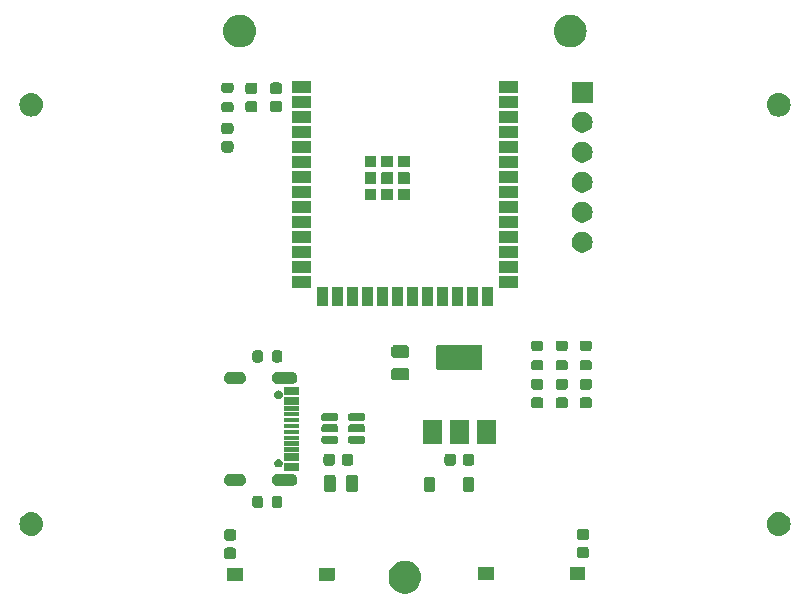
<source format=gbr>
%TF.GenerationSoftware,KiCad,Pcbnew,7.0.5-7.0.5~ubuntu23.04.1*%
%TF.CreationDate,2023-06-30T21:45:37+02:00*%
%TF.ProjectId,ESP32_UniBoard_panelized,45535033-325f-4556-9e69-426f6172645f,rev?*%
%TF.SameCoordinates,Original*%
%TF.FileFunction,Soldermask,Top*%
%TF.FilePolarity,Negative*%
%FSLAX46Y46*%
G04 Gerber Fmt 4.6, Leading zero omitted, Abs format (unit mm)*
G04 Created by KiCad (PCBNEW 7.0.5-7.0.5~ubuntu23.04.1) date 2023-06-30 21:45:37*
%MOMM*%
%LPD*%
G01*
G04 APERTURE LIST*
G04 APERTURE END LIST*
G36*
X121458525Y-92205734D02*
G01*
X121675657Y-92280275D01*
X121877558Y-92389539D01*
X122058721Y-92530544D01*
X122214205Y-92699444D01*
X122339769Y-92891633D01*
X122431986Y-93101868D01*
X122488342Y-93324414D01*
X122507300Y-93553200D01*
X122488342Y-93781986D01*
X122431986Y-94004532D01*
X122339769Y-94214767D01*
X122214205Y-94406956D01*
X122058721Y-94575856D01*
X121877558Y-94716861D01*
X121675657Y-94826125D01*
X121458525Y-94900666D01*
X121232085Y-94938452D01*
X121002515Y-94938452D01*
X120776075Y-94900666D01*
X120558943Y-94826125D01*
X120357042Y-94716861D01*
X120175879Y-94575856D01*
X120020395Y-94406956D01*
X119894831Y-94214767D01*
X119802614Y-94004532D01*
X119746258Y-93781986D01*
X119727300Y-93553200D01*
X119746258Y-93324414D01*
X119802614Y-93101868D01*
X119894831Y-92891633D01*
X120020395Y-92699444D01*
X120175879Y-92530544D01*
X120357042Y-92389539D01*
X120558943Y-92280275D01*
X120776075Y-92205734D01*
X121002515Y-92167948D01*
X121232085Y-92167948D01*
X121458525Y-92205734D01*
G37*
G36*
X107382607Y-92766245D02*
G01*
X107395584Y-92774916D01*
X107404255Y-92787893D01*
X107407300Y-92803200D01*
X107407300Y-93803200D01*
X107404255Y-93818507D01*
X107395584Y-93831484D01*
X107382607Y-93840155D01*
X107367300Y-93843200D01*
X106117300Y-93843200D01*
X106101993Y-93840155D01*
X106089016Y-93831484D01*
X106080345Y-93818507D01*
X106077300Y-93803200D01*
X106077300Y-92803200D01*
X106080345Y-92787893D01*
X106089016Y-92774916D01*
X106101993Y-92766245D01*
X106117300Y-92763200D01*
X107367300Y-92763200D01*
X107382607Y-92766245D01*
G37*
G36*
X115132607Y-92766245D02*
G01*
X115145584Y-92774916D01*
X115154255Y-92787893D01*
X115157300Y-92803200D01*
X115157300Y-93803200D01*
X115154255Y-93818507D01*
X115145584Y-93831484D01*
X115132607Y-93840155D01*
X115117300Y-93843200D01*
X113867300Y-93843200D01*
X113851993Y-93840155D01*
X113839016Y-93831484D01*
X113830345Y-93818507D01*
X113827300Y-93803200D01*
X113827300Y-92803200D01*
X113830345Y-92787893D01*
X113839016Y-92774916D01*
X113851993Y-92766245D01*
X113867300Y-92763200D01*
X115117300Y-92763200D01*
X115132607Y-92766245D01*
G37*
G36*
X128607607Y-92716245D02*
G01*
X128620584Y-92724916D01*
X128629255Y-92737893D01*
X128632300Y-92753200D01*
X128632300Y-93753200D01*
X128629255Y-93768507D01*
X128620584Y-93781484D01*
X128607607Y-93790155D01*
X128592300Y-93793200D01*
X127342300Y-93793200D01*
X127326993Y-93790155D01*
X127314016Y-93781484D01*
X127305345Y-93768507D01*
X127302300Y-93753200D01*
X127302300Y-92753200D01*
X127305345Y-92737893D01*
X127314016Y-92724916D01*
X127326993Y-92716245D01*
X127342300Y-92713200D01*
X128592300Y-92713200D01*
X128607607Y-92716245D01*
G37*
G36*
X136357607Y-92716245D02*
G01*
X136370584Y-92724916D01*
X136379255Y-92737893D01*
X136382300Y-92753200D01*
X136382300Y-93753200D01*
X136379255Y-93768507D01*
X136370584Y-93781484D01*
X136357607Y-93790155D01*
X136342300Y-93793200D01*
X135092300Y-93793200D01*
X135076993Y-93790155D01*
X135064016Y-93781484D01*
X135055345Y-93768507D01*
X135052300Y-93753200D01*
X135052300Y-92753200D01*
X135055345Y-92737893D01*
X135064016Y-92724916D01*
X135076993Y-92716245D01*
X135092300Y-92713200D01*
X136342300Y-92713200D01*
X136357607Y-92716245D01*
G37*
G36*
X106573708Y-91039474D02*
G01*
X106634671Y-91047500D01*
X106650007Y-91054651D01*
X106668711Y-91058372D01*
X106693485Y-91074925D01*
X106718853Y-91086755D01*
X106734286Y-91102188D01*
X106754683Y-91115817D01*
X106768311Y-91136213D01*
X106783744Y-91151646D01*
X106795572Y-91177012D01*
X106812128Y-91201789D01*
X106815848Y-91220494D01*
X106822999Y-91235828D01*
X106831022Y-91296778D01*
X106832300Y-91303200D01*
X106832300Y-91753200D01*
X106831022Y-91759623D01*
X106822999Y-91820571D01*
X106815849Y-91835903D01*
X106812128Y-91854611D01*
X106795570Y-91879390D01*
X106783744Y-91904753D01*
X106768313Y-91920183D01*
X106754683Y-91940583D01*
X106734283Y-91954213D01*
X106718853Y-91969644D01*
X106693490Y-91981470D01*
X106668711Y-91998028D01*
X106650003Y-92001749D01*
X106634671Y-92008899D01*
X106573723Y-92016922D01*
X106567300Y-92018200D01*
X106067300Y-92018200D01*
X106060878Y-92016922D01*
X105999928Y-92008899D01*
X105984594Y-92001748D01*
X105965889Y-91998028D01*
X105941112Y-91981472D01*
X105915746Y-91969644D01*
X105900313Y-91954211D01*
X105879917Y-91940583D01*
X105866288Y-91920186D01*
X105850855Y-91904753D01*
X105839025Y-91879385D01*
X105822472Y-91854611D01*
X105818751Y-91835907D01*
X105811600Y-91820571D01*
X105803574Y-91759608D01*
X105802300Y-91753200D01*
X105802300Y-91303200D01*
X105803574Y-91296793D01*
X105811600Y-91235828D01*
X105818752Y-91220490D01*
X105822472Y-91201789D01*
X105839024Y-91177016D01*
X105850855Y-91151646D01*
X105866290Y-91136210D01*
X105879917Y-91115817D01*
X105900310Y-91102190D01*
X105915746Y-91086755D01*
X105941116Y-91074924D01*
X105965889Y-91058372D01*
X105984590Y-91054652D01*
X105999928Y-91047500D01*
X106060893Y-91039474D01*
X106067300Y-91038200D01*
X106567300Y-91038200D01*
X106573708Y-91039474D01*
G37*
G36*
X136448708Y-90989474D02*
G01*
X136509671Y-90997500D01*
X136525007Y-91004651D01*
X136543711Y-91008372D01*
X136568485Y-91024925D01*
X136593853Y-91036755D01*
X136609286Y-91052188D01*
X136629683Y-91065817D01*
X136643311Y-91086213D01*
X136658744Y-91101646D01*
X136670572Y-91127012D01*
X136687128Y-91151789D01*
X136690848Y-91170494D01*
X136697999Y-91185828D01*
X136706022Y-91246778D01*
X136707300Y-91253200D01*
X136707300Y-91703200D01*
X136706022Y-91709623D01*
X136697999Y-91770571D01*
X136690849Y-91785903D01*
X136687128Y-91804611D01*
X136670570Y-91829390D01*
X136658744Y-91854753D01*
X136643313Y-91870183D01*
X136629683Y-91890583D01*
X136609283Y-91904213D01*
X136593853Y-91919644D01*
X136568490Y-91931470D01*
X136543711Y-91948028D01*
X136525003Y-91951749D01*
X136509671Y-91958899D01*
X136448723Y-91966922D01*
X136442300Y-91968200D01*
X135942300Y-91968200D01*
X135935878Y-91966922D01*
X135874928Y-91958899D01*
X135859594Y-91951748D01*
X135840889Y-91948028D01*
X135816112Y-91931472D01*
X135790746Y-91919644D01*
X135775313Y-91904211D01*
X135754917Y-91890583D01*
X135741288Y-91870186D01*
X135725855Y-91854753D01*
X135714025Y-91829385D01*
X135697472Y-91804611D01*
X135693751Y-91785907D01*
X135686600Y-91770571D01*
X135678574Y-91709608D01*
X135677300Y-91703200D01*
X135677300Y-91253200D01*
X135678574Y-91246793D01*
X135686600Y-91185828D01*
X135693752Y-91170490D01*
X135697472Y-91151789D01*
X135714024Y-91127016D01*
X135725855Y-91101646D01*
X135741290Y-91086210D01*
X135754917Y-91065817D01*
X135775310Y-91052190D01*
X135790746Y-91036755D01*
X135816116Y-91024924D01*
X135840889Y-91008372D01*
X135859590Y-91004652D01*
X135874928Y-90997500D01*
X135935893Y-90989474D01*
X135942300Y-90988200D01*
X136442300Y-90988200D01*
X136448708Y-90989474D01*
G37*
G36*
X106573708Y-89489474D02*
G01*
X106634671Y-89497500D01*
X106650007Y-89504651D01*
X106668711Y-89508372D01*
X106693485Y-89524925D01*
X106718853Y-89536755D01*
X106734286Y-89552188D01*
X106754683Y-89565817D01*
X106768311Y-89586213D01*
X106783744Y-89601646D01*
X106795572Y-89627012D01*
X106812128Y-89651789D01*
X106815848Y-89670494D01*
X106822999Y-89685828D01*
X106831022Y-89746778D01*
X106832300Y-89753200D01*
X106832300Y-90203200D01*
X106831022Y-90209623D01*
X106822999Y-90270571D01*
X106815849Y-90285903D01*
X106812128Y-90304611D01*
X106795570Y-90329390D01*
X106783744Y-90354753D01*
X106768313Y-90370183D01*
X106754683Y-90390583D01*
X106734283Y-90404213D01*
X106718853Y-90419644D01*
X106693490Y-90431470D01*
X106668711Y-90448028D01*
X106650003Y-90451749D01*
X106634671Y-90458899D01*
X106573723Y-90466922D01*
X106567300Y-90468200D01*
X106067300Y-90468200D01*
X106060878Y-90466922D01*
X105999928Y-90458899D01*
X105984594Y-90451748D01*
X105965889Y-90448028D01*
X105941112Y-90431472D01*
X105915746Y-90419644D01*
X105900313Y-90404211D01*
X105879917Y-90390583D01*
X105866288Y-90370186D01*
X105850855Y-90354753D01*
X105839025Y-90329385D01*
X105822472Y-90304611D01*
X105818751Y-90285907D01*
X105811600Y-90270571D01*
X105803574Y-90209608D01*
X105802300Y-90203200D01*
X105802300Y-89753200D01*
X105803574Y-89746793D01*
X105811600Y-89685828D01*
X105818752Y-89670490D01*
X105822472Y-89651789D01*
X105839024Y-89627016D01*
X105850855Y-89601646D01*
X105866290Y-89586210D01*
X105879917Y-89565817D01*
X105900310Y-89552190D01*
X105915746Y-89536755D01*
X105941116Y-89524924D01*
X105965889Y-89508372D01*
X105984590Y-89504652D01*
X105999928Y-89497500D01*
X106060893Y-89489474D01*
X106067300Y-89488200D01*
X106567300Y-89488200D01*
X106573708Y-89489474D01*
G37*
G36*
X136448708Y-89439474D02*
G01*
X136509671Y-89447500D01*
X136525007Y-89454651D01*
X136543711Y-89458372D01*
X136568485Y-89474925D01*
X136593853Y-89486755D01*
X136609286Y-89502188D01*
X136629683Y-89515817D01*
X136643311Y-89536213D01*
X136658744Y-89551646D01*
X136670572Y-89577012D01*
X136687128Y-89601789D01*
X136690848Y-89620494D01*
X136697999Y-89635828D01*
X136706022Y-89696778D01*
X136707300Y-89703200D01*
X136707300Y-90153200D01*
X136706022Y-90159623D01*
X136697999Y-90220571D01*
X136690849Y-90235903D01*
X136687128Y-90254611D01*
X136670570Y-90279390D01*
X136658744Y-90304753D01*
X136643313Y-90320183D01*
X136629683Y-90340583D01*
X136609283Y-90354213D01*
X136593853Y-90369644D01*
X136568490Y-90381470D01*
X136543711Y-90398028D01*
X136525003Y-90401749D01*
X136509671Y-90408899D01*
X136448723Y-90416922D01*
X136442300Y-90418200D01*
X135942300Y-90418200D01*
X135935878Y-90416922D01*
X135874928Y-90408899D01*
X135859594Y-90401748D01*
X135840889Y-90398028D01*
X135816112Y-90381472D01*
X135790746Y-90369644D01*
X135775313Y-90354211D01*
X135754917Y-90340583D01*
X135741288Y-90320186D01*
X135725855Y-90304753D01*
X135714025Y-90279385D01*
X135697472Y-90254611D01*
X135693751Y-90235907D01*
X135686600Y-90220571D01*
X135678574Y-90159608D01*
X135677300Y-90153200D01*
X135677300Y-89703200D01*
X135678574Y-89696793D01*
X135686600Y-89635828D01*
X135693752Y-89620490D01*
X135697472Y-89601789D01*
X135714024Y-89577016D01*
X135725855Y-89551646D01*
X135741290Y-89536210D01*
X135754917Y-89515817D01*
X135775310Y-89502190D01*
X135790746Y-89486755D01*
X135816116Y-89474924D01*
X135840889Y-89458372D01*
X135859590Y-89454652D01*
X135874928Y-89447500D01*
X135935893Y-89439474D01*
X135942300Y-89438200D01*
X136442300Y-89438200D01*
X136448708Y-89439474D01*
G37*
G36*
X89662390Y-88072415D02*
G01*
X89849983Y-88129320D01*
X90022870Y-88221730D01*
X90174407Y-88346093D01*
X90298770Y-88497630D01*
X90391180Y-88670517D01*
X90448085Y-88858110D01*
X90467300Y-89053200D01*
X90448085Y-89248290D01*
X90391180Y-89435883D01*
X90298770Y-89608770D01*
X90174407Y-89760307D01*
X90022870Y-89884670D01*
X89849983Y-89977080D01*
X89662390Y-90033985D01*
X89467300Y-90053200D01*
X89272210Y-90033985D01*
X89084617Y-89977080D01*
X88911730Y-89884670D01*
X88760193Y-89760307D01*
X88635830Y-89608770D01*
X88543420Y-89435883D01*
X88486515Y-89248290D01*
X88467300Y-89053200D01*
X88486515Y-88858110D01*
X88543420Y-88670517D01*
X88635830Y-88497630D01*
X88760193Y-88346093D01*
X88911730Y-88221730D01*
X89084617Y-88129320D01*
X89272210Y-88072415D01*
X89467300Y-88053200D01*
X89662390Y-88072415D01*
G37*
G36*
X152962390Y-88072415D02*
G01*
X153149983Y-88129320D01*
X153322870Y-88221730D01*
X153474407Y-88346093D01*
X153598770Y-88497630D01*
X153691180Y-88670517D01*
X153748085Y-88858110D01*
X153767300Y-89053200D01*
X153748085Y-89248290D01*
X153691180Y-89435883D01*
X153598770Y-89608770D01*
X153474407Y-89760307D01*
X153322870Y-89884670D01*
X153149983Y-89977080D01*
X152962390Y-90033985D01*
X152767300Y-90053200D01*
X152572210Y-90033985D01*
X152384617Y-89977080D01*
X152211730Y-89884670D01*
X152060193Y-89760307D01*
X151935830Y-89608770D01*
X151843420Y-89435883D01*
X151786515Y-89248290D01*
X151767300Y-89053200D01*
X151786515Y-88858110D01*
X151843420Y-88670517D01*
X151935830Y-88497630D01*
X152060193Y-88346093D01*
X152211730Y-88221730D01*
X152384617Y-88129320D01*
X152572210Y-88072415D01*
X152767300Y-88053200D01*
X152962390Y-88072415D01*
G37*
G36*
X108844147Y-86668605D02*
G01*
X108893218Y-86674298D01*
X108909983Y-86681700D01*
X108931944Y-86686069D01*
X108955454Y-86701778D01*
X108975242Y-86710515D01*
X108988756Y-86724029D01*
X109009806Y-86738094D01*
X109023870Y-86759143D01*
X109037384Y-86772657D01*
X109046120Y-86792443D01*
X109061831Y-86815956D01*
X109066199Y-86837918D01*
X109073601Y-86854681D01*
X109079292Y-86903742D01*
X109080100Y-86907800D01*
X109080100Y-87457800D01*
X109079292Y-87461859D01*
X109073601Y-87510918D01*
X109066199Y-87527679D01*
X109061831Y-87549644D01*
X109046119Y-87573158D01*
X109037384Y-87592942D01*
X109023872Y-87606453D01*
X109009806Y-87627506D01*
X108988753Y-87641572D01*
X108975242Y-87655084D01*
X108955458Y-87663819D01*
X108931944Y-87679531D01*
X108909979Y-87683899D01*
X108893218Y-87691301D01*
X108844159Y-87696992D01*
X108840100Y-87697800D01*
X108440100Y-87697800D01*
X108436042Y-87696992D01*
X108386981Y-87691301D01*
X108370218Y-87683899D01*
X108348256Y-87679531D01*
X108324743Y-87663820D01*
X108304957Y-87655084D01*
X108291443Y-87641570D01*
X108270394Y-87627506D01*
X108256329Y-87606456D01*
X108242815Y-87592942D01*
X108234078Y-87573154D01*
X108218369Y-87549644D01*
X108214000Y-87527683D01*
X108206598Y-87510918D01*
X108200905Y-87461847D01*
X108200100Y-87457800D01*
X108200100Y-86907800D01*
X108200904Y-86903754D01*
X108206598Y-86854681D01*
X108214001Y-86837914D01*
X108218369Y-86815956D01*
X108234076Y-86792447D01*
X108242815Y-86772657D01*
X108256331Y-86759140D01*
X108270394Y-86738094D01*
X108291440Y-86724031D01*
X108304957Y-86710515D01*
X108324747Y-86701776D01*
X108348256Y-86686069D01*
X108370214Y-86681701D01*
X108386981Y-86674298D01*
X108436054Y-86668604D01*
X108440100Y-86667800D01*
X108840100Y-86667800D01*
X108844147Y-86668605D01*
G37*
G36*
X110494147Y-86668605D02*
G01*
X110543218Y-86674298D01*
X110559983Y-86681700D01*
X110581944Y-86686069D01*
X110605454Y-86701778D01*
X110625242Y-86710515D01*
X110638756Y-86724029D01*
X110659806Y-86738094D01*
X110673870Y-86759143D01*
X110687384Y-86772657D01*
X110696120Y-86792443D01*
X110711831Y-86815956D01*
X110716199Y-86837918D01*
X110723601Y-86854681D01*
X110729292Y-86903742D01*
X110730100Y-86907800D01*
X110730100Y-87457800D01*
X110729292Y-87461859D01*
X110723601Y-87510918D01*
X110716199Y-87527679D01*
X110711831Y-87549644D01*
X110696119Y-87573158D01*
X110687384Y-87592942D01*
X110673872Y-87606453D01*
X110659806Y-87627506D01*
X110638753Y-87641572D01*
X110625242Y-87655084D01*
X110605458Y-87663819D01*
X110581944Y-87679531D01*
X110559979Y-87683899D01*
X110543218Y-87691301D01*
X110494159Y-87696992D01*
X110490100Y-87697800D01*
X110090100Y-87697800D01*
X110086042Y-87696992D01*
X110036981Y-87691301D01*
X110020218Y-87683899D01*
X109998256Y-87679531D01*
X109974743Y-87663820D01*
X109954957Y-87655084D01*
X109941443Y-87641570D01*
X109920394Y-87627506D01*
X109906329Y-87606456D01*
X109892815Y-87592942D01*
X109884078Y-87573154D01*
X109868369Y-87549644D01*
X109864000Y-87527683D01*
X109856598Y-87510918D01*
X109850905Y-87461847D01*
X109850100Y-87457800D01*
X109850100Y-86907800D01*
X109850904Y-86903754D01*
X109856598Y-86854681D01*
X109864001Y-86837914D01*
X109868369Y-86815956D01*
X109884076Y-86792447D01*
X109892815Y-86772657D01*
X109906331Y-86759140D01*
X109920394Y-86738094D01*
X109941440Y-86724031D01*
X109954957Y-86710515D01*
X109974747Y-86701776D01*
X109998256Y-86686069D01*
X110020214Y-86681701D01*
X110036981Y-86674298D01*
X110086054Y-86668604D01*
X110090100Y-86667800D01*
X110490100Y-86667800D01*
X110494147Y-86668605D01*
G37*
G36*
X115061515Y-84870737D02*
G01*
X115066182Y-84872797D01*
X115068774Y-84873139D01*
X115101209Y-84888263D01*
X115156907Y-84912857D01*
X115230643Y-84986593D01*
X115255245Y-85042312D01*
X115270360Y-85074725D01*
X115270700Y-85077314D01*
X115272763Y-85081985D01*
X115280300Y-85146950D01*
X115280300Y-86059450D01*
X115272763Y-86124415D01*
X115270700Y-86129085D01*
X115270360Y-86131674D01*
X115255253Y-86164068D01*
X115230643Y-86219807D01*
X115156907Y-86293543D01*
X115101168Y-86318153D01*
X115068774Y-86333260D01*
X115066185Y-86333600D01*
X115061515Y-86335663D01*
X114996550Y-86343200D01*
X114509050Y-86343200D01*
X114444085Y-86335663D01*
X114439414Y-86333600D01*
X114436825Y-86333260D01*
X114404412Y-86318145D01*
X114348693Y-86293543D01*
X114274957Y-86219807D01*
X114250363Y-86164109D01*
X114235239Y-86131674D01*
X114234897Y-86129082D01*
X114232837Y-86124415D01*
X114225300Y-86059450D01*
X114225300Y-85146950D01*
X114232837Y-85081985D01*
X114234897Y-85077318D01*
X114235239Y-85074725D01*
X114250372Y-85042271D01*
X114274957Y-84986593D01*
X114348693Y-84912857D01*
X114404371Y-84888272D01*
X114436825Y-84873139D01*
X114439418Y-84872797D01*
X114444085Y-84870737D01*
X114509050Y-84863200D01*
X114996550Y-84863200D01*
X115061515Y-84870737D01*
G37*
G36*
X116936515Y-84870737D02*
G01*
X116941182Y-84872797D01*
X116943774Y-84873139D01*
X116976209Y-84888263D01*
X117031907Y-84912857D01*
X117105643Y-84986593D01*
X117130245Y-85042312D01*
X117145360Y-85074725D01*
X117145700Y-85077314D01*
X117147763Y-85081985D01*
X117155300Y-85146950D01*
X117155300Y-86059450D01*
X117147763Y-86124415D01*
X117145700Y-86129085D01*
X117145360Y-86131674D01*
X117130253Y-86164068D01*
X117105643Y-86219807D01*
X117031907Y-86293543D01*
X116976168Y-86318153D01*
X116943774Y-86333260D01*
X116941185Y-86333600D01*
X116936515Y-86335663D01*
X116871550Y-86343200D01*
X116384050Y-86343200D01*
X116319085Y-86335663D01*
X116314414Y-86333600D01*
X116311825Y-86333260D01*
X116279412Y-86318145D01*
X116223693Y-86293543D01*
X116149957Y-86219807D01*
X116125363Y-86164109D01*
X116110239Y-86131674D01*
X116109897Y-86129082D01*
X116107837Y-86124415D01*
X116100300Y-86059450D01*
X116100300Y-85146950D01*
X116107837Y-85081985D01*
X116109897Y-85077318D01*
X116110239Y-85074725D01*
X116125372Y-85042271D01*
X116149957Y-84986593D01*
X116223693Y-84912857D01*
X116279371Y-84888272D01*
X116311825Y-84873139D01*
X116314418Y-84872797D01*
X116319085Y-84870737D01*
X116384050Y-84863200D01*
X116871550Y-84863200D01*
X116936515Y-84870737D01*
G37*
G36*
X123431408Y-85061274D02*
G01*
X123492371Y-85069300D01*
X123507707Y-85076451D01*
X123526411Y-85080172D01*
X123551185Y-85096725D01*
X123576553Y-85108555D01*
X123591986Y-85123988D01*
X123612383Y-85137617D01*
X123626011Y-85158013D01*
X123641444Y-85173446D01*
X123653272Y-85198812D01*
X123669828Y-85223589D01*
X123673548Y-85242294D01*
X123680699Y-85257628D01*
X123688722Y-85318578D01*
X123690000Y-85325000D01*
X123690000Y-86075000D01*
X123688722Y-86081423D01*
X123680699Y-86142371D01*
X123673549Y-86157703D01*
X123669828Y-86176411D01*
X123653270Y-86201190D01*
X123641444Y-86226553D01*
X123626013Y-86241983D01*
X123612383Y-86262383D01*
X123591983Y-86276013D01*
X123576553Y-86291444D01*
X123551190Y-86303270D01*
X123526411Y-86319828D01*
X123507703Y-86323549D01*
X123492371Y-86330699D01*
X123431423Y-86338722D01*
X123425000Y-86340000D01*
X122975000Y-86340000D01*
X122968578Y-86338722D01*
X122907628Y-86330699D01*
X122892294Y-86323548D01*
X122873589Y-86319828D01*
X122848812Y-86303272D01*
X122823446Y-86291444D01*
X122808013Y-86276011D01*
X122787617Y-86262383D01*
X122773988Y-86241986D01*
X122758555Y-86226553D01*
X122746725Y-86201185D01*
X122730172Y-86176411D01*
X122726451Y-86157707D01*
X122719300Y-86142371D01*
X122711274Y-86081408D01*
X122710000Y-86075000D01*
X122710000Y-85325000D01*
X122711274Y-85318593D01*
X122719300Y-85257628D01*
X122726452Y-85242290D01*
X122730172Y-85223589D01*
X122746724Y-85198816D01*
X122758555Y-85173446D01*
X122773990Y-85158010D01*
X122787617Y-85137617D01*
X122808010Y-85123990D01*
X122823446Y-85108555D01*
X122848816Y-85096724D01*
X122873589Y-85080172D01*
X122892290Y-85076452D01*
X122907628Y-85069300D01*
X122968593Y-85061274D01*
X122975000Y-85060000D01*
X123425000Y-85060000D01*
X123431408Y-85061274D01*
G37*
G36*
X126731408Y-85061274D02*
G01*
X126792371Y-85069300D01*
X126807707Y-85076451D01*
X126826411Y-85080172D01*
X126851185Y-85096725D01*
X126876553Y-85108555D01*
X126891986Y-85123988D01*
X126912383Y-85137617D01*
X126926011Y-85158013D01*
X126941444Y-85173446D01*
X126953272Y-85198812D01*
X126969828Y-85223589D01*
X126973548Y-85242294D01*
X126980699Y-85257628D01*
X126988722Y-85318578D01*
X126990000Y-85325000D01*
X126990000Y-86075000D01*
X126988722Y-86081423D01*
X126980699Y-86142371D01*
X126973549Y-86157703D01*
X126969828Y-86176411D01*
X126953270Y-86201190D01*
X126941444Y-86226553D01*
X126926013Y-86241983D01*
X126912383Y-86262383D01*
X126891983Y-86276013D01*
X126876553Y-86291444D01*
X126851190Y-86303270D01*
X126826411Y-86319828D01*
X126807703Y-86323549D01*
X126792371Y-86330699D01*
X126731423Y-86338722D01*
X126725000Y-86340000D01*
X126275000Y-86340000D01*
X126268578Y-86338722D01*
X126207628Y-86330699D01*
X126192294Y-86323548D01*
X126173589Y-86319828D01*
X126148812Y-86303272D01*
X126123446Y-86291444D01*
X126108013Y-86276011D01*
X126087617Y-86262383D01*
X126073988Y-86241986D01*
X126058555Y-86226553D01*
X126046725Y-86201185D01*
X126030172Y-86176411D01*
X126026451Y-86157707D01*
X126019300Y-86142371D01*
X126011274Y-86081408D01*
X126010000Y-86075000D01*
X126010000Y-85325000D01*
X126011274Y-85318593D01*
X126019300Y-85257628D01*
X126026452Y-85242290D01*
X126030172Y-85223589D01*
X126046724Y-85198816D01*
X126058555Y-85173446D01*
X126073990Y-85158010D01*
X126087617Y-85137617D01*
X126108010Y-85123990D01*
X126123446Y-85108555D01*
X126148816Y-85096724D01*
X126173589Y-85080172D01*
X126192290Y-85076452D01*
X126207628Y-85069300D01*
X126268593Y-85061274D01*
X126275000Y-85060000D01*
X126725000Y-85060000D01*
X126731408Y-85061274D01*
G37*
G36*
X107203030Y-84788230D02*
G01*
X107237240Y-84797815D01*
X107269149Y-84802016D01*
X107304509Y-84816662D01*
X107344637Y-84827906D01*
X107372374Y-84844773D01*
X107399284Y-84855920D01*
X107432057Y-84881068D01*
X107470287Y-84904316D01*
X107490346Y-84925794D01*
X107511032Y-84941667D01*
X107538026Y-84976846D01*
X107570664Y-85011793D01*
X107582772Y-85035161D01*
X107596779Y-85053415D01*
X107614903Y-85097171D01*
X107638321Y-85142365D01*
X107643050Y-85165122D01*
X107650683Y-85183550D01*
X107657259Y-85233500D01*
X107668241Y-85286349D01*
X107666864Y-85306465D01*
X107669068Y-85323199D01*
X107662099Y-85376129D01*
X107658205Y-85433066D01*
X107652485Y-85449160D01*
X107650683Y-85462849D01*
X107629112Y-85514924D01*
X107608958Y-85571635D01*
X107600885Y-85583070D01*
X107596780Y-85592983D01*
X107560684Y-85640023D01*
X107524151Y-85691779D01*
X107515685Y-85698666D01*
X107511030Y-85704733D01*
X107461719Y-85742570D01*
X107410075Y-85784586D01*
X107402905Y-85787700D01*
X107399284Y-85790479D01*
X107339433Y-85815270D01*
X107275190Y-85843175D01*
X107270513Y-85843817D01*
X107269149Y-85844383D01*
X107203943Y-85852967D01*
X107129500Y-85863200D01*
X107126225Y-85863200D01*
X106332775Y-85863200D01*
X106329500Y-85863200D01*
X106255970Y-85858170D01*
X106221754Y-85848583D01*
X106189850Y-85844383D01*
X106154494Y-85829738D01*
X106114363Y-85818494D01*
X106086622Y-85801624D01*
X106059715Y-85790479D01*
X106026943Y-85765332D01*
X105988713Y-85742084D01*
X105968652Y-85720604D01*
X105947967Y-85704732D01*
X105920972Y-85669552D01*
X105888336Y-85634607D01*
X105876228Y-85611239D01*
X105862220Y-85592984D01*
X105844093Y-85549222D01*
X105820679Y-85504035D01*
X105815950Y-85481280D01*
X105808316Y-85462849D01*
X105801738Y-85412887D01*
X105790759Y-85360051D01*
X105792134Y-85339939D01*
X105789931Y-85323200D01*
X105796901Y-85270252D01*
X105800795Y-85213334D01*
X105806513Y-85197244D01*
X105808316Y-85183550D01*
X105829895Y-85131451D01*
X105850042Y-85074765D01*
X105858110Y-85063334D01*
X105862219Y-85053416D01*
X105898336Y-85006348D01*
X105934849Y-84954621D01*
X105943310Y-84947737D01*
X105947969Y-84941666D01*
X105997318Y-84903798D01*
X106048925Y-84861814D01*
X106056089Y-84858702D01*
X106059715Y-84855920D01*
X106119637Y-84831099D01*
X106183810Y-84803225D01*
X106188481Y-84802582D01*
X106189850Y-84802016D01*
X106255162Y-84793417D01*
X106329500Y-84783200D01*
X107129500Y-84783200D01*
X107203030Y-84788230D01*
G37*
G36*
X111553030Y-84788230D02*
G01*
X111587240Y-84797815D01*
X111619149Y-84802016D01*
X111654509Y-84816662D01*
X111694637Y-84827906D01*
X111722374Y-84844773D01*
X111749284Y-84855920D01*
X111782057Y-84881068D01*
X111820287Y-84904316D01*
X111840346Y-84925794D01*
X111861032Y-84941667D01*
X111888026Y-84976846D01*
X111920664Y-85011793D01*
X111932772Y-85035161D01*
X111946779Y-85053415D01*
X111964903Y-85097171D01*
X111988321Y-85142365D01*
X111993050Y-85165122D01*
X112000683Y-85183550D01*
X112007258Y-85233500D01*
X112018241Y-85286349D01*
X112016864Y-85306465D01*
X112019068Y-85323200D01*
X112012099Y-85376130D01*
X112008205Y-85433066D01*
X112002485Y-85449160D01*
X112000683Y-85462849D01*
X111979112Y-85514924D01*
X111958958Y-85571635D01*
X111950885Y-85583070D01*
X111946780Y-85592983D01*
X111910684Y-85640023D01*
X111874151Y-85691779D01*
X111865685Y-85698666D01*
X111861030Y-85704733D01*
X111811719Y-85742570D01*
X111760075Y-85784586D01*
X111752905Y-85787700D01*
X111749284Y-85790479D01*
X111689433Y-85815270D01*
X111625190Y-85843175D01*
X111620513Y-85843817D01*
X111619149Y-85844383D01*
X111553943Y-85852967D01*
X111479500Y-85863200D01*
X111476225Y-85863200D01*
X110382775Y-85863200D01*
X110379500Y-85863200D01*
X110305970Y-85858170D01*
X110271754Y-85848583D01*
X110239850Y-85844383D01*
X110204494Y-85829738D01*
X110164363Y-85818494D01*
X110136622Y-85801624D01*
X110109715Y-85790479D01*
X110076943Y-85765332D01*
X110038713Y-85742084D01*
X110018652Y-85720604D01*
X109997967Y-85704732D01*
X109970972Y-85669552D01*
X109938336Y-85634607D01*
X109926228Y-85611239D01*
X109912220Y-85592984D01*
X109894093Y-85549222D01*
X109870679Y-85504035D01*
X109865950Y-85481280D01*
X109858316Y-85462849D01*
X109851738Y-85412887D01*
X109840759Y-85360051D01*
X109842134Y-85339939D01*
X109839931Y-85323200D01*
X109846901Y-85270252D01*
X109850795Y-85213334D01*
X109856513Y-85197244D01*
X109858316Y-85183550D01*
X109879895Y-85131451D01*
X109900042Y-85074765D01*
X109908110Y-85063334D01*
X109912219Y-85053416D01*
X109948336Y-85006348D01*
X109984849Y-84954621D01*
X109993310Y-84947737D01*
X109997969Y-84941666D01*
X110047318Y-84903798D01*
X110098925Y-84861814D01*
X110106089Y-84858702D01*
X110109715Y-84855920D01*
X110169637Y-84831099D01*
X110233810Y-84803225D01*
X110238481Y-84802582D01*
X110239850Y-84802016D01*
X110305162Y-84793417D01*
X110379500Y-84783200D01*
X111479500Y-84783200D01*
X111553030Y-84788230D01*
G37*
G36*
X112164807Y-83866245D02*
G01*
X112177784Y-83874916D01*
X112186455Y-83887893D01*
X112189500Y-83903200D01*
X112189500Y-84503200D01*
X112186455Y-84518507D01*
X112177784Y-84531484D01*
X112164807Y-84540155D01*
X112149500Y-84543200D01*
X110909500Y-84543200D01*
X110894193Y-84540155D01*
X110881216Y-84531484D01*
X110872545Y-84518507D01*
X110869500Y-84503200D01*
X110869500Y-83903200D01*
X110872545Y-83887893D01*
X110881216Y-83874916D01*
X110894193Y-83866245D01*
X110909500Y-83863200D01*
X112149500Y-83863200D01*
X112164807Y-83866245D01*
G37*
G36*
X110522291Y-83546064D02*
G01*
X110624042Y-83597909D01*
X110704791Y-83678658D01*
X110756636Y-83780409D01*
X110774500Y-83893200D01*
X110756636Y-84005991D01*
X110704791Y-84107742D01*
X110624042Y-84188491D01*
X110522291Y-84240336D01*
X110409500Y-84258200D01*
X110296709Y-84240336D01*
X110194958Y-84188491D01*
X110114209Y-84107742D01*
X110062364Y-84005991D01*
X110044500Y-83893200D01*
X110062364Y-83780409D01*
X110114209Y-83678658D01*
X110194958Y-83597909D01*
X110296709Y-83546064D01*
X110409500Y-83528200D01*
X110522291Y-83546064D01*
G37*
G36*
X114940308Y-83089474D02*
G01*
X115001271Y-83097500D01*
X115016607Y-83104651D01*
X115035311Y-83108372D01*
X115060085Y-83124925D01*
X115085453Y-83136755D01*
X115100886Y-83152188D01*
X115121283Y-83165817D01*
X115134911Y-83186213D01*
X115150344Y-83201646D01*
X115162172Y-83227012D01*
X115178728Y-83251789D01*
X115182448Y-83270494D01*
X115189599Y-83285828D01*
X115197622Y-83346778D01*
X115198900Y-83353200D01*
X115198900Y-83853200D01*
X115197622Y-83859623D01*
X115189599Y-83920571D01*
X115182449Y-83935903D01*
X115178728Y-83954611D01*
X115162170Y-83979390D01*
X115150344Y-84004753D01*
X115134913Y-84020183D01*
X115121283Y-84040583D01*
X115100883Y-84054213D01*
X115085453Y-84069644D01*
X115060090Y-84081470D01*
X115035311Y-84098028D01*
X115016603Y-84101749D01*
X115001271Y-84108899D01*
X114940323Y-84116922D01*
X114933900Y-84118200D01*
X114483900Y-84118200D01*
X114477478Y-84116922D01*
X114416528Y-84108899D01*
X114401194Y-84101748D01*
X114382489Y-84098028D01*
X114357712Y-84081472D01*
X114332346Y-84069644D01*
X114316913Y-84054211D01*
X114296517Y-84040583D01*
X114282888Y-84020186D01*
X114267455Y-84004753D01*
X114255625Y-83979385D01*
X114239072Y-83954611D01*
X114235351Y-83935907D01*
X114228200Y-83920571D01*
X114220174Y-83859608D01*
X114218900Y-83853200D01*
X114218900Y-83353200D01*
X114220174Y-83346793D01*
X114228200Y-83285828D01*
X114235352Y-83270490D01*
X114239072Y-83251789D01*
X114255624Y-83227016D01*
X114267455Y-83201646D01*
X114282890Y-83186210D01*
X114296517Y-83165817D01*
X114316910Y-83152190D01*
X114332346Y-83136755D01*
X114357716Y-83124924D01*
X114382489Y-83108372D01*
X114401190Y-83104652D01*
X114416528Y-83097500D01*
X114477493Y-83089474D01*
X114483900Y-83088200D01*
X114933900Y-83088200D01*
X114940308Y-83089474D01*
G37*
G36*
X116490308Y-83089474D02*
G01*
X116551271Y-83097500D01*
X116566607Y-83104651D01*
X116585311Y-83108372D01*
X116610085Y-83124925D01*
X116635453Y-83136755D01*
X116650886Y-83152188D01*
X116671283Y-83165817D01*
X116684911Y-83186213D01*
X116700344Y-83201646D01*
X116712172Y-83227012D01*
X116728728Y-83251789D01*
X116732448Y-83270494D01*
X116739599Y-83285828D01*
X116747622Y-83346778D01*
X116748900Y-83353200D01*
X116748900Y-83853200D01*
X116747622Y-83859623D01*
X116739599Y-83920571D01*
X116732449Y-83935903D01*
X116728728Y-83954611D01*
X116712170Y-83979390D01*
X116700344Y-84004753D01*
X116684913Y-84020183D01*
X116671283Y-84040583D01*
X116650883Y-84054213D01*
X116635453Y-84069644D01*
X116610090Y-84081470D01*
X116585311Y-84098028D01*
X116566603Y-84101749D01*
X116551271Y-84108899D01*
X116490323Y-84116922D01*
X116483900Y-84118200D01*
X116033900Y-84118200D01*
X116027478Y-84116922D01*
X115966528Y-84108899D01*
X115951194Y-84101748D01*
X115932489Y-84098028D01*
X115907712Y-84081472D01*
X115882346Y-84069644D01*
X115866913Y-84054211D01*
X115846517Y-84040583D01*
X115832888Y-84020186D01*
X115817455Y-84004753D01*
X115805625Y-83979385D01*
X115789072Y-83954611D01*
X115785351Y-83935907D01*
X115778200Y-83920571D01*
X115770174Y-83859608D01*
X115768900Y-83853200D01*
X115768900Y-83353200D01*
X115770174Y-83346793D01*
X115778200Y-83285828D01*
X115785352Y-83270490D01*
X115789072Y-83251789D01*
X115805624Y-83227016D01*
X115817455Y-83201646D01*
X115832890Y-83186210D01*
X115846517Y-83165817D01*
X115866910Y-83152190D01*
X115882346Y-83136755D01*
X115907716Y-83124924D01*
X115932489Y-83108372D01*
X115951190Y-83104652D01*
X115966528Y-83097500D01*
X116027493Y-83089474D01*
X116033900Y-83088200D01*
X116483900Y-83088200D01*
X116490308Y-83089474D01*
G37*
G36*
X125186208Y-83089474D02*
G01*
X125247171Y-83097500D01*
X125262507Y-83104651D01*
X125281211Y-83108372D01*
X125305985Y-83124925D01*
X125331353Y-83136755D01*
X125346786Y-83152188D01*
X125367183Y-83165817D01*
X125380811Y-83186213D01*
X125396244Y-83201646D01*
X125408072Y-83227012D01*
X125424628Y-83251789D01*
X125428348Y-83270494D01*
X125435499Y-83285828D01*
X125443522Y-83346778D01*
X125444800Y-83353200D01*
X125444800Y-83853200D01*
X125443522Y-83859623D01*
X125435499Y-83920571D01*
X125428349Y-83935903D01*
X125424628Y-83954611D01*
X125408070Y-83979390D01*
X125396244Y-84004753D01*
X125380813Y-84020183D01*
X125367183Y-84040583D01*
X125346783Y-84054213D01*
X125331353Y-84069644D01*
X125305990Y-84081470D01*
X125281211Y-84098028D01*
X125262503Y-84101749D01*
X125247171Y-84108899D01*
X125186223Y-84116922D01*
X125179800Y-84118200D01*
X124729800Y-84118200D01*
X124723378Y-84116922D01*
X124662428Y-84108899D01*
X124647094Y-84101748D01*
X124628389Y-84098028D01*
X124603612Y-84081472D01*
X124578246Y-84069644D01*
X124562813Y-84054211D01*
X124542417Y-84040583D01*
X124528788Y-84020186D01*
X124513355Y-84004753D01*
X124501525Y-83979385D01*
X124484972Y-83954611D01*
X124481251Y-83935907D01*
X124474100Y-83920571D01*
X124466074Y-83859608D01*
X124464800Y-83853200D01*
X124464800Y-83353200D01*
X124466074Y-83346793D01*
X124474100Y-83285828D01*
X124481252Y-83270490D01*
X124484972Y-83251789D01*
X124501524Y-83227016D01*
X124513355Y-83201646D01*
X124528790Y-83186210D01*
X124542417Y-83165817D01*
X124562810Y-83152190D01*
X124578246Y-83136755D01*
X124603616Y-83124924D01*
X124628389Y-83108372D01*
X124647090Y-83104652D01*
X124662428Y-83097500D01*
X124723393Y-83089474D01*
X124729800Y-83088200D01*
X125179800Y-83088200D01*
X125186208Y-83089474D01*
G37*
G36*
X126736208Y-83089474D02*
G01*
X126797171Y-83097500D01*
X126812507Y-83104651D01*
X126831211Y-83108372D01*
X126855985Y-83124925D01*
X126881353Y-83136755D01*
X126896786Y-83152188D01*
X126917183Y-83165817D01*
X126930811Y-83186213D01*
X126946244Y-83201646D01*
X126958072Y-83227012D01*
X126974628Y-83251789D01*
X126978348Y-83270494D01*
X126985499Y-83285828D01*
X126993522Y-83346778D01*
X126994800Y-83353200D01*
X126994800Y-83853200D01*
X126993522Y-83859623D01*
X126985499Y-83920571D01*
X126978349Y-83935903D01*
X126974628Y-83954611D01*
X126958070Y-83979390D01*
X126946244Y-84004753D01*
X126930813Y-84020183D01*
X126917183Y-84040583D01*
X126896783Y-84054213D01*
X126881353Y-84069644D01*
X126855990Y-84081470D01*
X126831211Y-84098028D01*
X126812503Y-84101749D01*
X126797171Y-84108899D01*
X126736223Y-84116922D01*
X126729800Y-84118200D01*
X126279800Y-84118200D01*
X126273378Y-84116922D01*
X126212428Y-84108899D01*
X126197094Y-84101748D01*
X126178389Y-84098028D01*
X126153612Y-84081472D01*
X126128246Y-84069644D01*
X126112813Y-84054211D01*
X126092417Y-84040583D01*
X126078788Y-84020186D01*
X126063355Y-84004753D01*
X126051525Y-83979385D01*
X126034972Y-83954611D01*
X126031251Y-83935907D01*
X126024100Y-83920571D01*
X126016074Y-83859608D01*
X126014800Y-83853200D01*
X126014800Y-83353200D01*
X126016074Y-83346793D01*
X126024100Y-83285828D01*
X126031252Y-83270490D01*
X126034972Y-83251789D01*
X126051524Y-83227016D01*
X126063355Y-83201646D01*
X126078790Y-83186210D01*
X126092417Y-83165817D01*
X126112810Y-83152190D01*
X126128246Y-83136755D01*
X126153616Y-83124924D01*
X126178389Y-83108372D01*
X126197090Y-83104652D01*
X126212428Y-83097500D01*
X126273393Y-83089474D01*
X126279800Y-83088200D01*
X126729800Y-83088200D01*
X126736208Y-83089474D01*
G37*
G36*
X112164807Y-83066245D02*
G01*
X112177784Y-83074916D01*
X112186455Y-83087893D01*
X112189500Y-83103200D01*
X112189500Y-83703200D01*
X112186455Y-83718507D01*
X112177784Y-83731484D01*
X112164807Y-83740155D01*
X112149500Y-83743200D01*
X110909500Y-83743200D01*
X110894193Y-83740155D01*
X110881216Y-83731484D01*
X110872545Y-83718507D01*
X110869500Y-83703200D01*
X110869500Y-83103200D01*
X110872545Y-83087893D01*
X110881216Y-83074916D01*
X110894193Y-83066245D01*
X110909500Y-83063200D01*
X112149500Y-83063200D01*
X112164807Y-83066245D01*
G37*
G36*
X112164807Y-82566245D02*
G01*
X112177784Y-82574916D01*
X112186455Y-82587893D01*
X112189500Y-82603200D01*
X112189500Y-82903200D01*
X112186455Y-82918507D01*
X112177784Y-82931484D01*
X112164807Y-82940155D01*
X112149500Y-82943200D01*
X110909500Y-82943200D01*
X110894193Y-82940155D01*
X110881216Y-82931484D01*
X110872545Y-82918507D01*
X110869500Y-82903200D01*
X110869500Y-82603200D01*
X110872545Y-82587893D01*
X110881216Y-82574916D01*
X110894193Y-82566245D01*
X110909500Y-82563200D01*
X112149500Y-82563200D01*
X112164807Y-82566245D01*
G37*
G36*
X112164807Y-82066245D02*
G01*
X112177784Y-82074916D01*
X112186455Y-82087893D01*
X112189500Y-82103200D01*
X112189500Y-82403200D01*
X112186455Y-82418507D01*
X112177784Y-82431484D01*
X112164807Y-82440155D01*
X112149500Y-82443200D01*
X110909500Y-82443200D01*
X110894193Y-82440155D01*
X110881216Y-82431484D01*
X110872545Y-82418507D01*
X110869500Y-82403200D01*
X110869500Y-82103200D01*
X110872545Y-82087893D01*
X110881216Y-82074916D01*
X110894193Y-82066245D01*
X110909500Y-82063200D01*
X112149500Y-82063200D01*
X112164807Y-82066245D01*
G37*
G36*
X124195107Y-80216245D02*
G01*
X124208084Y-80224916D01*
X124216755Y-80237893D01*
X124219800Y-80253200D01*
X124219800Y-82253200D01*
X124216755Y-82268507D01*
X124208084Y-82281484D01*
X124195107Y-82290155D01*
X124179800Y-82293200D01*
X122679800Y-82293200D01*
X122664493Y-82290155D01*
X122651516Y-82281484D01*
X122642845Y-82268507D01*
X122639800Y-82253200D01*
X122639800Y-80253200D01*
X122642845Y-80237893D01*
X122651516Y-80224916D01*
X122664493Y-80216245D01*
X122679800Y-80213200D01*
X124179800Y-80213200D01*
X124195107Y-80216245D01*
G37*
G36*
X126495107Y-80216245D02*
G01*
X126508084Y-80224916D01*
X126516755Y-80237893D01*
X126519800Y-80253200D01*
X126519800Y-82253200D01*
X126516755Y-82268507D01*
X126508084Y-82281484D01*
X126495107Y-82290155D01*
X126479800Y-82293200D01*
X124979800Y-82293200D01*
X124964493Y-82290155D01*
X124951516Y-82281484D01*
X124942845Y-82268507D01*
X124939800Y-82253200D01*
X124939800Y-80253200D01*
X124942845Y-80237893D01*
X124951516Y-80224916D01*
X124964493Y-80216245D01*
X124979800Y-80213200D01*
X126479800Y-80213200D01*
X126495107Y-80216245D01*
G37*
G36*
X128795107Y-80216245D02*
G01*
X128808084Y-80224916D01*
X128816755Y-80237893D01*
X128819800Y-80253200D01*
X128819800Y-82253200D01*
X128816755Y-82268507D01*
X128808084Y-82281484D01*
X128795107Y-82290155D01*
X128779800Y-82293200D01*
X127279800Y-82293200D01*
X127264493Y-82290155D01*
X127251516Y-82281484D01*
X127242845Y-82268507D01*
X127239800Y-82253200D01*
X127239800Y-80253200D01*
X127242845Y-80237893D01*
X127251516Y-80224916D01*
X127264493Y-80216245D01*
X127279800Y-80213200D01*
X128779800Y-80213200D01*
X128795107Y-80216245D01*
G37*
G36*
X115338010Y-81577663D02*
G01*
X115399650Y-81618850D01*
X115440837Y-81680490D01*
X115455300Y-81753200D01*
X115455300Y-82053200D01*
X115440837Y-82125910D01*
X115399650Y-82187550D01*
X115338010Y-82228737D01*
X115265300Y-82243200D01*
X114240300Y-82243200D01*
X114167590Y-82228737D01*
X114105950Y-82187550D01*
X114064763Y-82125910D01*
X114050300Y-82053200D01*
X114050300Y-81753200D01*
X114064763Y-81680490D01*
X114105950Y-81618850D01*
X114167590Y-81577663D01*
X114240300Y-81563200D01*
X115265300Y-81563200D01*
X115338010Y-81577663D01*
G37*
G36*
X117613010Y-81577663D02*
G01*
X117674650Y-81618850D01*
X117715837Y-81680490D01*
X117730300Y-81753200D01*
X117730300Y-82053200D01*
X117715837Y-82125910D01*
X117674650Y-82187550D01*
X117613010Y-82228737D01*
X117540300Y-82243200D01*
X116515300Y-82243200D01*
X116442590Y-82228737D01*
X116380950Y-82187550D01*
X116339763Y-82125910D01*
X116325300Y-82053200D01*
X116325300Y-81753200D01*
X116339763Y-81680490D01*
X116380950Y-81618850D01*
X116442590Y-81577663D01*
X116515300Y-81563200D01*
X117540300Y-81563200D01*
X117613010Y-81577663D01*
G37*
G36*
X112164807Y-81566245D02*
G01*
X112177784Y-81574916D01*
X112186455Y-81587893D01*
X112189500Y-81603200D01*
X112189500Y-81903200D01*
X112186455Y-81918507D01*
X112177784Y-81931484D01*
X112164807Y-81940155D01*
X112149500Y-81943200D01*
X110909500Y-81943200D01*
X110894193Y-81940155D01*
X110881216Y-81931484D01*
X110872545Y-81918507D01*
X110869500Y-81903200D01*
X110869500Y-81603200D01*
X110872545Y-81587893D01*
X110881216Y-81574916D01*
X110894193Y-81566245D01*
X110909500Y-81563200D01*
X112149500Y-81563200D01*
X112164807Y-81566245D01*
G37*
G36*
X112164807Y-81066245D02*
G01*
X112177784Y-81074916D01*
X112186455Y-81087893D01*
X112189500Y-81103200D01*
X112189500Y-81403200D01*
X112186455Y-81418507D01*
X112177784Y-81431484D01*
X112164807Y-81440155D01*
X112149500Y-81443200D01*
X110909500Y-81443200D01*
X110894193Y-81440155D01*
X110881216Y-81431484D01*
X110872545Y-81418507D01*
X110869500Y-81403200D01*
X110869500Y-81103200D01*
X110872545Y-81087893D01*
X110881216Y-81074916D01*
X110894193Y-81066245D01*
X110909500Y-81063200D01*
X112149500Y-81063200D01*
X112164807Y-81066245D01*
G37*
G36*
X115338010Y-80627663D02*
G01*
X115399650Y-80668850D01*
X115440837Y-80730490D01*
X115455300Y-80803200D01*
X115455300Y-81103200D01*
X115440837Y-81175910D01*
X115399650Y-81237550D01*
X115338010Y-81278737D01*
X115265300Y-81293200D01*
X114240300Y-81293200D01*
X114167590Y-81278737D01*
X114105950Y-81237550D01*
X114064763Y-81175910D01*
X114050300Y-81103200D01*
X114050300Y-80803200D01*
X114064763Y-80730490D01*
X114105950Y-80668850D01*
X114167590Y-80627663D01*
X114240300Y-80613200D01*
X115265300Y-80613200D01*
X115338010Y-80627663D01*
G37*
G36*
X117613010Y-80627663D02*
G01*
X117674650Y-80668850D01*
X117715837Y-80730490D01*
X117730300Y-80803200D01*
X117730300Y-81103200D01*
X117715837Y-81175910D01*
X117674650Y-81237550D01*
X117613010Y-81278737D01*
X117540300Y-81293200D01*
X116515300Y-81293200D01*
X116442590Y-81278737D01*
X116380950Y-81237550D01*
X116339763Y-81175910D01*
X116325300Y-81103200D01*
X116325300Y-80803200D01*
X116339763Y-80730490D01*
X116380950Y-80668850D01*
X116442590Y-80627663D01*
X116515300Y-80613200D01*
X117540300Y-80613200D01*
X117613010Y-80627663D01*
G37*
G36*
X112164807Y-80566245D02*
G01*
X112177784Y-80574916D01*
X112186455Y-80587893D01*
X112189500Y-80603200D01*
X112189500Y-80903200D01*
X112186455Y-80918507D01*
X112177784Y-80931484D01*
X112164807Y-80940155D01*
X112149500Y-80943200D01*
X110909500Y-80943200D01*
X110894193Y-80940155D01*
X110881216Y-80931484D01*
X110872545Y-80918507D01*
X110869500Y-80903200D01*
X110869500Y-80603200D01*
X110872545Y-80587893D01*
X110881216Y-80574916D01*
X110894193Y-80566245D01*
X110909500Y-80563200D01*
X112149500Y-80563200D01*
X112164807Y-80566245D01*
G37*
G36*
X112164807Y-80066245D02*
G01*
X112177784Y-80074916D01*
X112186455Y-80087893D01*
X112189500Y-80103200D01*
X112189500Y-80403200D01*
X112186455Y-80418507D01*
X112177784Y-80431484D01*
X112164807Y-80440155D01*
X112149500Y-80443200D01*
X110909500Y-80443200D01*
X110894193Y-80440155D01*
X110881216Y-80431484D01*
X110872545Y-80418507D01*
X110869500Y-80403200D01*
X110869500Y-80103200D01*
X110872545Y-80087893D01*
X110881216Y-80074916D01*
X110894193Y-80066245D01*
X110909500Y-80063200D01*
X112149500Y-80063200D01*
X112164807Y-80066245D01*
G37*
G36*
X115338010Y-79677663D02*
G01*
X115399650Y-79718850D01*
X115440837Y-79780490D01*
X115455300Y-79853200D01*
X115455300Y-80153200D01*
X115440837Y-80225910D01*
X115399650Y-80287550D01*
X115338010Y-80328737D01*
X115265300Y-80343200D01*
X114240300Y-80343200D01*
X114167590Y-80328737D01*
X114105950Y-80287550D01*
X114064763Y-80225910D01*
X114050300Y-80153200D01*
X114050300Y-79853200D01*
X114064763Y-79780490D01*
X114105950Y-79718850D01*
X114167590Y-79677663D01*
X114240300Y-79663200D01*
X115265300Y-79663200D01*
X115338010Y-79677663D01*
G37*
G36*
X117613010Y-79677663D02*
G01*
X117674650Y-79718850D01*
X117715837Y-79780490D01*
X117730300Y-79853200D01*
X117730300Y-80153200D01*
X117715837Y-80225910D01*
X117674650Y-80287550D01*
X117613010Y-80328737D01*
X117540300Y-80343200D01*
X116515300Y-80343200D01*
X116442590Y-80328737D01*
X116380950Y-80287550D01*
X116339763Y-80225910D01*
X116325300Y-80153200D01*
X116325300Y-79853200D01*
X116339763Y-79780490D01*
X116380950Y-79718850D01*
X116442590Y-79677663D01*
X116515300Y-79663200D01*
X117540300Y-79663200D01*
X117613010Y-79677663D01*
G37*
G36*
X112164807Y-79566245D02*
G01*
X112177784Y-79574916D01*
X112186455Y-79587893D01*
X112189500Y-79603200D01*
X112189500Y-79903200D01*
X112186455Y-79918507D01*
X112177784Y-79931484D01*
X112164807Y-79940155D01*
X112149500Y-79943200D01*
X110909500Y-79943200D01*
X110894193Y-79940155D01*
X110881216Y-79931484D01*
X110872545Y-79918507D01*
X110869500Y-79903200D01*
X110869500Y-79603200D01*
X110872545Y-79587893D01*
X110881216Y-79574916D01*
X110894193Y-79566245D01*
X110909500Y-79563200D01*
X112149500Y-79563200D01*
X112164807Y-79566245D01*
G37*
G36*
X112164807Y-79066245D02*
G01*
X112177784Y-79074916D01*
X112186455Y-79087893D01*
X112189500Y-79103200D01*
X112189500Y-79403200D01*
X112186455Y-79418507D01*
X112177784Y-79431484D01*
X112164807Y-79440155D01*
X112149500Y-79443200D01*
X110909500Y-79443200D01*
X110894193Y-79440155D01*
X110881216Y-79431484D01*
X110872545Y-79418507D01*
X110869500Y-79403200D01*
X110869500Y-79103200D01*
X110872545Y-79087893D01*
X110881216Y-79074916D01*
X110894193Y-79066245D01*
X110909500Y-79063200D01*
X112149500Y-79063200D01*
X112164807Y-79066245D01*
G37*
G36*
X132580697Y-78315805D02*
G01*
X132634061Y-78321996D01*
X132652293Y-78330046D01*
X132675669Y-78334696D01*
X132700694Y-78351417D01*
X132722388Y-78360996D01*
X132737204Y-78375812D01*
X132759614Y-78390786D01*
X132774587Y-78413195D01*
X132789403Y-78428011D01*
X132798980Y-78449703D01*
X132815704Y-78474731D01*
X132820354Y-78498109D01*
X132828403Y-78516338D01*
X132834592Y-78569691D01*
X132835400Y-78573750D01*
X132835400Y-79011250D01*
X132834592Y-79015309D01*
X132828403Y-79068661D01*
X132820354Y-79086889D01*
X132815704Y-79110269D01*
X132798979Y-79135298D01*
X132789403Y-79156988D01*
X132774589Y-79171801D01*
X132759614Y-79194214D01*
X132737201Y-79209189D01*
X132722388Y-79224003D01*
X132700698Y-79233579D01*
X132675669Y-79250304D01*
X132652289Y-79254954D01*
X132634061Y-79263003D01*
X132580709Y-79269192D01*
X132576650Y-79270000D01*
X132064150Y-79270000D01*
X132060091Y-79269192D01*
X132006738Y-79263003D01*
X131988509Y-79254954D01*
X131965131Y-79250304D01*
X131940103Y-79233580D01*
X131918411Y-79224003D01*
X131903595Y-79209187D01*
X131881186Y-79194214D01*
X131866212Y-79171804D01*
X131851396Y-79156988D01*
X131841817Y-79135294D01*
X131825096Y-79110269D01*
X131820446Y-79086893D01*
X131812396Y-79068661D01*
X131806205Y-79015297D01*
X131805400Y-79011250D01*
X131805400Y-78573750D01*
X131806204Y-78569704D01*
X131812396Y-78516338D01*
X131820446Y-78498104D01*
X131825096Y-78474731D01*
X131841816Y-78449707D01*
X131851396Y-78428011D01*
X131866214Y-78413192D01*
X131881186Y-78390786D01*
X131903592Y-78375814D01*
X131918411Y-78360996D01*
X131940107Y-78351416D01*
X131965131Y-78334696D01*
X131988504Y-78330046D01*
X132006738Y-78321996D01*
X132060104Y-78315804D01*
X132064150Y-78315000D01*
X132576650Y-78315000D01*
X132580697Y-78315805D01*
G37*
G36*
X134651797Y-78315805D02*
G01*
X134705161Y-78321996D01*
X134723393Y-78330046D01*
X134746769Y-78334696D01*
X134771794Y-78351417D01*
X134793488Y-78360996D01*
X134808304Y-78375812D01*
X134830714Y-78390786D01*
X134845687Y-78413195D01*
X134860503Y-78428011D01*
X134870080Y-78449703D01*
X134886804Y-78474731D01*
X134891454Y-78498109D01*
X134899503Y-78516338D01*
X134905692Y-78569691D01*
X134906500Y-78573750D01*
X134906500Y-79011250D01*
X134905692Y-79015309D01*
X134899503Y-79068661D01*
X134891454Y-79086889D01*
X134886804Y-79110269D01*
X134870079Y-79135298D01*
X134860503Y-79156988D01*
X134845689Y-79171801D01*
X134830714Y-79194214D01*
X134808301Y-79209189D01*
X134793488Y-79224003D01*
X134771798Y-79233579D01*
X134746769Y-79250304D01*
X134723389Y-79254954D01*
X134705161Y-79263003D01*
X134651809Y-79269192D01*
X134647750Y-79270000D01*
X134135250Y-79270000D01*
X134131191Y-79269192D01*
X134077838Y-79263003D01*
X134059609Y-79254954D01*
X134036231Y-79250304D01*
X134011203Y-79233580D01*
X133989511Y-79224003D01*
X133974695Y-79209187D01*
X133952286Y-79194214D01*
X133937312Y-79171804D01*
X133922496Y-79156988D01*
X133912917Y-79135294D01*
X133896196Y-79110269D01*
X133891546Y-79086893D01*
X133883496Y-79068661D01*
X133877305Y-79015297D01*
X133876500Y-79011250D01*
X133876500Y-78573750D01*
X133877304Y-78569704D01*
X133883496Y-78516338D01*
X133891546Y-78498104D01*
X133896196Y-78474731D01*
X133912916Y-78449707D01*
X133922496Y-78428011D01*
X133937314Y-78413192D01*
X133952286Y-78390786D01*
X133974692Y-78375814D01*
X133989511Y-78360996D01*
X134011207Y-78351416D01*
X134036231Y-78334696D01*
X134059604Y-78330046D01*
X134077838Y-78321996D01*
X134131204Y-78315804D01*
X134135250Y-78315000D01*
X134647750Y-78315000D01*
X134651797Y-78315805D01*
G37*
G36*
X136683797Y-78315805D02*
G01*
X136737161Y-78321996D01*
X136755393Y-78330046D01*
X136778769Y-78334696D01*
X136803794Y-78351417D01*
X136825488Y-78360996D01*
X136840304Y-78375812D01*
X136862714Y-78390786D01*
X136877687Y-78413195D01*
X136892503Y-78428011D01*
X136902080Y-78449703D01*
X136918804Y-78474731D01*
X136923454Y-78498109D01*
X136931503Y-78516338D01*
X136937692Y-78569691D01*
X136938500Y-78573750D01*
X136938500Y-79011250D01*
X136937692Y-79015309D01*
X136931503Y-79068661D01*
X136923454Y-79086889D01*
X136918804Y-79110269D01*
X136902079Y-79135298D01*
X136892503Y-79156988D01*
X136877689Y-79171801D01*
X136862714Y-79194214D01*
X136840301Y-79209189D01*
X136825488Y-79224003D01*
X136803798Y-79233579D01*
X136778769Y-79250304D01*
X136755389Y-79254954D01*
X136737161Y-79263003D01*
X136683809Y-79269192D01*
X136679750Y-79270000D01*
X136167250Y-79270000D01*
X136163191Y-79269192D01*
X136109838Y-79263003D01*
X136091609Y-79254954D01*
X136068231Y-79250304D01*
X136043203Y-79233580D01*
X136021511Y-79224003D01*
X136006695Y-79209187D01*
X135984286Y-79194214D01*
X135969312Y-79171804D01*
X135954496Y-79156988D01*
X135944917Y-79135294D01*
X135928196Y-79110269D01*
X135923546Y-79086893D01*
X135915496Y-79068661D01*
X135909305Y-79015297D01*
X135908500Y-79011250D01*
X135908500Y-78573750D01*
X135909304Y-78569704D01*
X135915496Y-78516338D01*
X135923546Y-78498104D01*
X135928196Y-78474731D01*
X135944916Y-78449707D01*
X135954496Y-78428011D01*
X135969314Y-78413192D01*
X135984286Y-78390786D01*
X136006692Y-78375814D01*
X136021511Y-78360996D01*
X136043207Y-78351416D01*
X136068231Y-78334696D01*
X136091604Y-78330046D01*
X136109838Y-78321996D01*
X136163204Y-78315804D01*
X136167250Y-78315000D01*
X136679750Y-78315000D01*
X136683797Y-78315805D01*
G37*
G36*
X112164807Y-78266245D02*
G01*
X112177784Y-78274916D01*
X112186455Y-78287893D01*
X112189500Y-78303200D01*
X112189500Y-78903200D01*
X112186455Y-78918507D01*
X112177784Y-78931484D01*
X112164807Y-78940155D01*
X112149500Y-78943200D01*
X110909500Y-78943200D01*
X110894193Y-78940155D01*
X110881216Y-78931484D01*
X110872545Y-78918507D01*
X110869500Y-78903200D01*
X110869500Y-78303200D01*
X110872545Y-78287893D01*
X110881216Y-78274916D01*
X110894193Y-78266245D01*
X110909500Y-78263200D01*
X112149500Y-78263200D01*
X112164807Y-78266245D01*
G37*
G36*
X110522291Y-77766064D02*
G01*
X110624042Y-77817909D01*
X110704791Y-77898658D01*
X110756636Y-78000409D01*
X110774500Y-78113200D01*
X110756636Y-78225991D01*
X110704791Y-78327742D01*
X110624042Y-78408491D01*
X110522291Y-78460336D01*
X110409500Y-78478200D01*
X110296709Y-78460336D01*
X110194958Y-78408491D01*
X110114209Y-78327742D01*
X110062364Y-78225991D01*
X110044500Y-78113200D01*
X110062364Y-78000409D01*
X110114209Y-77898658D01*
X110194958Y-77817909D01*
X110296709Y-77766064D01*
X110409500Y-77748200D01*
X110522291Y-77766064D01*
G37*
G36*
X112164807Y-77466245D02*
G01*
X112177784Y-77474916D01*
X112186455Y-77487893D01*
X112189500Y-77503200D01*
X112189500Y-78103200D01*
X112186455Y-78118507D01*
X112177784Y-78131484D01*
X112164807Y-78140155D01*
X112149500Y-78143200D01*
X110909500Y-78143200D01*
X110894193Y-78140155D01*
X110881216Y-78131484D01*
X110872545Y-78118507D01*
X110869500Y-78103200D01*
X110869500Y-77503200D01*
X110872545Y-77487893D01*
X110881216Y-77474916D01*
X110894193Y-77466245D01*
X110909500Y-77463200D01*
X112149500Y-77463200D01*
X112164807Y-77466245D01*
G37*
G36*
X132580697Y-76740805D02*
G01*
X132634061Y-76746996D01*
X132652293Y-76755046D01*
X132675669Y-76759696D01*
X132700694Y-76776417D01*
X132722388Y-76785996D01*
X132737204Y-76800812D01*
X132759614Y-76815786D01*
X132774587Y-76838195D01*
X132789403Y-76853011D01*
X132798980Y-76874703D01*
X132815704Y-76899731D01*
X132820354Y-76923109D01*
X132828403Y-76941338D01*
X132834592Y-76994691D01*
X132835400Y-76998750D01*
X132835400Y-77436250D01*
X132834592Y-77440309D01*
X132828403Y-77493661D01*
X132820354Y-77511889D01*
X132815704Y-77535269D01*
X132798979Y-77560298D01*
X132789403Y-77581988D01*
X132774589Y-77596801D01*
X132759614Y-77619214D01*
X132737201Y-77634189D01*
X132722388Y-77649003D01*
X132700698Y-77658579D01*
X132675669Y-77675304D01*
X132652289Y-77679954D01*
X132634061Y-77688003D01*
X132580709Y-77694192D01*
X132576650Y-77695000D01*
X132064150Y-77695000D01*
X132060091Y-77694192D01*
X132006738Y-77688003D01*
X131988509Y-77679954D01*
X131965131Y-77675304D01*
X131940103Y-77658580D01*
X131918411Y-77649003D01*
X131903595Y-77634187D01*
X131881186Y-77619214D01*
X131866212Y-77596804D01*
X131851396Y-77581988D01*
X131841817Y-77560294D01*
X131825096Y-77535269D01*
X131820446Y-77511893D01*
X131812396Y-77493661D01*
X131806205Y-77440297D01*
X131805400Y-77436250D01*
X131805400Y-76998750D01*
X131806204Y-76994704D01*
X131812396Y-76941338D01*
X131820446Y-76923104D01*
X131825096Y-76899731D01*
X131841816Y-76874707D01*
X131851396Y-76853011D01*
X131866214Y-76838192D01*
X131881186Y-76815786D01*
X131903592Y-76800814D01*
X131918411Y-76785996D01*
X131940107Y-76776416D01*
X131965131Y-76759696D01*
X131988504Y-76755046D01*
X132006738Y-76746996D01*
X132060104Y-76740804D01*
X132064150Y-76740000D01*
X132576650Y-76740000D01*
X132580697Y-76740805D01*
G37*
G36*
X134651797Y-76740805D02*
G01*
X134705161Y-76746996D01*
X134723393Y-76755046D01*
X134746769Y-76759696D01*
X134771794Y-76776417D01*
X134793488Y-76785996D01*
X134808304Y-76800812D01*
X134830714Y-76815786D01*
X134845687Y-76838195D01*
X134860503Y-76853011D01*
X134870080Y-76874703D01*
X134886804Y-76899731D01*
X134891454Y-76923109D01*
X134899503Y-76941338D01*
X134905692Y-76994691D01*
X134906500Y-76998750D01*
X134906500Y-77436250D01*
X134905692Y-77440309D01*
X134899503Y-77493661D01*
X134891454Y-77511889D01*
X134886804Y-77535269D01*
X134870079Y-77560298D01*
X134860503Y-77581988D01*
X134845689Y-77596801D01*
X134830714Y-77619214D01*
X134808301Y-77634189D01*
X134793488Y-77649003D01*
X134771798Y-77658579D01*
X134746769Y-77675304D01*
X134723389Y-77679954D01*
X134705161Y-77688003D01*
X134651809Y-77694192D01*
X134647750Y-77695000D01*
X134135250Y-77695000D01*
X134131191Y-77694192D01*
X134077838Y-77688003D01*
X134059609Y-77679954D01*
X134036231Y-77675304D01*
X134011203Y-77658580D01*
X133989511Y-77649003D01*
X133974695Y-77634187D01*
X133952286Y-77619214D01*
X133937312Y-77596804D01*
X133922496Y-77581988D01*
X133912917Y-77560294D01*
X133896196Y-77535269D01*
X133891546Y-77511893D01*
X133883496Y-77493661D01*
X133877305Y-77440297D01*
X133876500Y-77436250D01*
X133876500Y-76998750D01*
X133877304Y-76994704D01*
X133883496Y-76941338D01*
X133891546Y-76923104D01*
X133896196Y-76899731D01*
X133912916Y-76874707D01*
X133922496Y-76853011D01*
X133937314Y-76838192D01*
X133952286Y-76815786D01*
X133974692Y-76800814D01*
X133989511Y-76785996D01*
X134011207Y-76776416D01*
X134036231Y-76759696D01*
X134059604Y-76755046D01*
X134077838Y-76746996D01*
X134131204Y-76740804D01*
X134135250Y-76740000D01*
X134647750Y-76740000D01*
X134651797Y-76740805D01*
G37*
G36*
X136683797Y-76740805D02*
G01*
X136737161Y-76746996D01*
X136755393Y-76755046D01*
X136778769Y-76759696D01*
X136803794Y-76776417D01*
X136825488Y-76785996D01*
X136840304Y-76800812D01*
X136862714Y-76815786D01*
X136877687Y-76838195D01*
X136892503Y-76853011D01*
X136902080Y-76874703D01*
X136918804Y-76899731D01*
X136923454Y-76923109D01*
X136931503Y-76941338D01*
X136937692Y-76994691D01*
X136938500Y-76998750D01*
X136938500Y-77436250D01*
X136937692Y-77440309D01*
X136931503Y-77493661D01*
X136923454Y-77511889D01*
X136918804Y-77535269D01*
X136902079Y-77560298D01*
X136892503Y-77581988D01*
X136877689Y-77596801D01*
X136862714Y-77619214D01*
X136840301Y-77634189D01*
X136825488Y-77649003D01*
X136803798Y-77658579D01*
X136778769Y-77675304D01*
X136755389Y-77679954D01*
X136737161Y-77688003D01*
X136683809Y-77694192D01*
X136679750Y-77695000D01*
X136167250Y-77695000D01*
X136163191Y-77694192D01*
X136109838Y-77688003D01*
X136091609Y-77679954D01*
X136068231Y-77675304D01*
X136043203Y-77658580D01*
X136021511Y-77649003D01*
X136006695Y-77634187D01*
X135984286Y-77619214D01*
X135969312Y-77596804D01*
X135954496Y-77581988D01*
X135944917Y-77560294D01*
X135928196Y-77535269D01*
X135923546Y-77511893D01*
X135915496Y-77493661D01*
X135909305Y-77440297D01*
X135908500Y-77436250D01*
X135908500Y-76998750D01*
X135909304Y-76994704D01*
X135915496Y-76941338D01*
X135923546Y-76923104D01*
X135928196Y-76899731D01*
X135944916Y-76874707D01*
X135954496Y-76853011D01*
X135969314Y-76838192D01*
X135984286Y-76815786D01*
X136006692Y-76800814D01*
X136021511Y-76785996D01*
X136043207Y-76776416D01*
X136068231Y-76759696D01*
X136091604Y-76755046D01*
X136109838Y-76746996D01*
X136163204Y-76740804D01*
X136167250Y-76740000D01*
X136679750Y-76740000D01*
X136683797Y-76740805D01*
G37*
G36*
X107203030Y-76148230D02*
G01*
X107237240Y-76157815D01*
X107269149Y-76162016D01*
X107304509Y-76176662D01*
X107344637Y-76187906D01*
X107372374Y-76204773D01*
X107399284Y-76215920D01*
X107432057Y-76241068D01*
X107470287Y-76264316D01*
X107490346Y-76285794D01*
X107511032Y-76301667D01*
X107538026Y-76336846D01*
X107570664Y-76371793D01*
X107582772Y-76395161D01*
X107596779Y-76413415D01*
X107614903Y-76457171D01*
X107638321Y-76502365D01*
X107643050Y-76525122D01*
X107650683Y-76543550D01*
X107657259Y-76593500D01*
X107668241Y-76646349D01*
X107666864Y-76666465D01*
X107669068Y-76683199D01*
X107662099Y-76736129D01*
X107658205Y-76793066D01*
X107652485Y-76809160D01*
X107650683Y-76822849D01*
X107629112Y-76874924D01*
X107608958Y-76931635D01*
X107600885Y-76943070D01*
X107596780Y-76952983D01*
X107560684Y-77000023D01*
X107524151Y-77051779D01*
X107515685Y-77058666D01*
X107511030Y-77064733D01*
X107461719Y-77102570D01*
X107410075Y-77144586D01*
X107402905Y-77147700D01*
X107399284Y-77150479D01*
X107339433Y-77175270D01*
X107275190Y-77203175D01*
X107270513Y-77203817D01*
X107269149Y-77204383D01*
X107203943Y-77212967D01*
X107129500Y-77223200D01*
X107126225Y-77223200D01*
X106332775Y-77223200D01*
X106329500Y-77223200D01*
X106255970Y-77218170D01*
X106221754Y-77208583D01*
X106189850Y-77204383D01*
X106154494Y-77189738D01*
X106114363Y-77178494D01*
X106086622Y-77161624D01*
X106059715Y-77150479D01*
X106026943Y-77125332D01*
X105988713Y-77102084D01*
X105968652Y-77080604D01*
X105947967Y-77064732D01*
X105920972Y-77029552D01*
X105888336Y-76994607D01*
X105876228Y-76971239D01*
X105862220Y-76952984D01*
X105844093Y-76909222D01*
X105820679Y-76864035D01*
X105815950Y-76841280D01*
X105808316Y-76822849D01*
X105801738Y-76772887D01*
X105790759Y-76720051D01*
X105792134Y-76699939D01*
X105789931Y-76683200D01*
X105796901Y-76630252D01*
X105800795Y-76573334D01*
X105806513Y-76557244D01*
X105808316Y-76543550D01*
X105829895Y-76491451D01*
X105850042Y-76434765D01*
X105858110Y-76423334D01*
X105862219Y-76413416D01*
X105898336Y-76366348D01*
X105934849Y-76314621D01*
X105943310Y-76307737D01*
X105947969Y-76301666D01*
X105997318Y-76263798D01*
X106048925Y-76221814D01*
X106056089Y-76218702D01*
X106059715Y-76215920D01*
X106119637Y-76191099D01*
X106183810Y-76163225D01*
X106188481Y-76162582D01*
X106189850Y-76162016D01*
X106255162Y-76153417D01*
X106329500Y-76143200D01*
X107129500Y-76143200D01*
X107203030Y-76148230D01*
G37*
G36*
X111553030Y-76148230D02*
G01*
X111587240Y-76157815D01*
X111619149Y-76162016D01*
X111654509Y-76176662D01*
X111694637Y-76187906D01*
X111722374Y-76204773D01*
X111749284Y-76215920D01*
X111782057Y-76241068D01*
X111820287Y-76264316D01*
X111840346Y-76285794D01*
X111861032Y-76301667D01*
X111888026Y-76336846D01*
X111920664Y-76371793D01*
X111932772Y-76395161D01*
X111946779Y-76413415D01*
X111964903Y-76457171D01*
X111988321Y-76502365D01*
X111993050Y-76525122D01*
X112000683Y-76543550D01*
X112007258Y-76593500D01*
X112018241Y-76646349D01*
X112016864Y-76666465D01*
X112019068Y-76683200D01*
X112012099Y-76736130D01*
X112008205Y-76793066D01*
X112002485Y-76809160D01*
X112000683Y-76822849D01*
X111979112Y-76874924D01*
X111958958Y-76931635D01*
X111950885Y-76943070D01*
X111946780Y-76952983D01*
X111910684Y-77000023D01*
X111874151Y-77051779D01*
X111865685Y-77058666D01*
X111861030Y-77064733D01*
X111811719Y-77102570D01*
X111760075Y-77144586D01*
X111752905Y-77147700D01*
X111749284Y-77150479D01*
X111689433Y-77175270D01*
X111625190Y-77203175D01*
X111620513Y-77203817D01*
X111619149Y-77204383D01*
X111553943Y-77212967D01*
X111479500Y-77223200D01*
X111476225Y-77223200D01*
X110382775Y-77223200D01*
X110379500Y-77223200D01*
X110305970Y-77218170D01*
X110271754Y-77208583D01*
X110239850Y-77204383D01*
X110204494Y-77189738D01*
X110164363Y-77178494D01*
X110136622Y-77161624D01*
X110109715Y-77150479D01*
X110076943Y-77125332D01*
X110038713Y-77102084D01*
X110018652Y-77080604D01*
X109997967Y-77064732D01*
X109970972Y-77029552D01*
X109938336Y-76994607D01*
X109926228Y-76971239D01*
X109912220Y-76952984D01*
X109894093Y-76909222D01*
X109870679Y-76864035D01*
X109865950Y-76841280D01*
X109858316Y-76822849D01*
X109851738Y-76772887D01*
X109840759Y-76720051D01*
X109842134Y-76699939D01*
X109839931Y-76683200D01*
X109846901Y-76630252D01*
X109850795Y-76573334D01*
X109856513Y-76557244D01*
X109858316Y-76543550D01*
X109879895Y-76491451D01*
X109900042Y-76434765D01*
X109908110Y-76423334D01*
X109912219Y-76413416D01*
X109948336Y-76366348D01*
X109984849Y-76314621D01*
X109993310Y-76307737D01*
X109997969Y-76301666D01*
X110047318Y-76263798D01*
X110098925Y-76221814D01*
X110106089Y-76218702D01*
X110109715Y-76215920D01*
X110169637Y-76191099D01*
X110233810Y-76163225D01*
X110238481Y-76162582D01*
X110239850Y-76162016D01*
X110305162Y-76153417D01*
X110379500Y-76143200D01*
X111479500Y-76143200D01*
X111553030Y-76148230D01*
G37*
G36*
X121258696Y-75820903D02*
G01*
X121263435Y-75822995D01*
X121266141Y-75823352D01*
X121299995Y-75839138D01*
X121356190Y-75863951D01*
X121431549Y-75939310D01*
X121456370Y-75995525D01*
X121472147Y-76029358D01*
X121472502Y-76032061D01*
X121474597Y-76036804D01*
X121482300Y-76103200D01*
X121482300Y-76603200D01*
X121474597Y-76669596D01*
X121472502Y-76674339D01*
X121472147Y-76677041D01*
X121456379Y-76710855D01*
X121431549Y-76767090D01*
X121356190Y-76842449D01*
X121299955Y-76867279D01*
X121266141Y-76883047D01*
X121263439Y-76883402D01*
X121258696Y-76885497D01*
X121192300Y-76893200D01*
X120242300Y-76893200D01*
X120175904Y-76885497D01*
X120171161Y-76883402D01*
X120168458Y-76883047D01*
X120134625Y-76867270D01*
X120078410Y-76842449D01*
X120003051Y-76767090D01*
X119978238Y-76710895D01*
X119962452Y-76677041D01*
X119962095Y-76674335D01*
X119960003Y-76669596D01*
X119952300Y-76603200D01*
X119952300Y-76103200D01*
X119960003Y-76036804D01*
X119962095Y-76032064D01*
X119962452Y-76029358D01*
X119978247Y-75995485D01*
X120003051Y-75939310D01*
X120078410Y-75863951D01*
X120134585Y-75839147D01*
X120168458Y-75823352D01*
X120171164Y-75822995D01*
X120175904Y-75820903D01*
X120242300Y-75813200D01*
X121192300Y-75813200D01*
X121258696Y-75820903D01*
G37*
G36*
X132599447Y-75173405D02*
G01*
X132648518Y-75179098D01*
X132665283Y-75186500D01*
X132687244Y-75190869D01*
X132710754Y-75206578D01*
X132730542Y-75215315D01*
X132744056Y-75228829D01*
X132765106Y-75242894D01*
X132779170Y-75263943D01*
X132792684Y-75277457D01*
X132801420Y-75297243D01*
X132817131Y-75320756D01*
X132821499Y-75342718D01*
X132828901Y-75359481D01*
X132834592Y-75408542D01*
X132835400Y-75412600D01*
X132835400Y-75812600D01*
X132834592Y-75816659D01*
X132828901Y-75865718D01*
X132821499Y-75882479D01*
X132817131Y-75904444D01*
X132801419Y-75927958D01*
X132792684Y-75947742D01*
X132779172Y-75961253D01*
X132765106Y-75982306D01*
X132744053Y-75996372D01*
X132730542Y-76009884D01*
X132710758Y-76018619D01*
X132687244Y-76034331D01*
X132665279Y-76038699D01*
X132648518Y-76046101D01*
X132599459Y-76051792D01*
X132595400Y-76052600D01*
X132045400Y-76052600D01*
X132041342Y-76051792D01*
X131992281Y-76046101D01*
X131975518Y-76038699D01*
X131953556Y-76034331D01*
X131930043Y-76018620D01*
X131910257Y-76009884D01*
X131896743Y-75996370D01*
X131875694Y-75982306D01*
X131861629Y-75961256D01*
X131848115Y-75947742D01*
X131839378Y-75927954D01*
X131823669Y-75904444D01*
X131819300Y-75882483D01*
X131811898Y-75865718D01*
X131806205Y-75816647D01*
X131805400Y-75812600D01*
X131805400Y-75412600D01*
X131806204Y-75408554D01*
X131811898Y-75359481D01*
X131819301Y-75342714D01*
X131823669Y-75320756D01*
X131839376Y-75297247D01*
X131848115Y-75277457D01*
X131861631Y-75263940D01*
X131875694Y-75242894D01*
X131896740Y-75228831D01*
X131910257Y-75215315D01*
X131930047Y-75206576D01*
X131953556Y-75190869D01*
X131975514Y-75186501D01*
X131992281Y-75179098D01*
X132041354Y-75173404D01*
X132045400Y-75172600D01*
X132595400Y-75172600D01*
X132599447Y-75173405D01*
G37*
G36*
X134670547Y-75173405D02*
G01*
X134719618Y-75179098D01*
X134736383Y-75186500D01*
X134758344Y-75190869D01*
X134781854Y-75206578D01*
X134801642Y-75215315D01*
X134815156Y-75228829D01*
X134836206Y-75242894D01*
X134850270Y-75263943D01*
X134863784Y-75277457D01*
X134872520Y-75297243D01*
X134888231Y-75320756D01*
X134892599Y-75342718D01*
X134900001Y-75359481D01*
X134905692Y-75408542D01*
X134906500Y-75412600D01*
X134906500Y-75812600D01*
X134905692Y-75816659D01*
X134900001Y-75865718D01*
X134892599Y-75882479D01*
X134888231Y-75904444D01*
X134872519Y-75927958D01*
X134863784Y-75947742D01*
X134850272Y-75961253D01*
X134836206Y-75982306D01*
X134815153Y-75996372D01*
X134801642Y-76009884D01*
X134781858Y-76018619D01*
X134758344Y-76034331D01*
X134736379Y-76038699D01*
X134719618Y-76046101D01*
X134670559Y-76051792D01*
X134666500Y-76052600D01*
X134116500Y-76052600D01*
X134112442Y-76051792D01*
X134063381Y-76046101D01*
X134046618Y-76038699D01*
X134024656Y-76034331D01*
X134001143Y-76018620D01*
X133981357Y-76009884D01*
X133967843Y-75996370D01*
X133946794Y-75982306D01*
X133932729Y-75961256D01*
X133919215Y-75947742D01*
X133910478Y-75927954D01*
X133894769Y-75904444D01*
X133890400Y-75882483D01*
X133882998Y-75865718D01*
X133877305Y-75816647D01*
X133876500Y-75812600D01*
X133876500Y-75412600D01*
X133877304Y-75408554D01*
X133882998Y-75359481D01*
X133890401Y-75342714D01*
X133894769Y-75320756D01*
X133910476Y-75297247D01*
X133919215Y-75277457D01*
X133932731Y-75263940D01*
X133946794Y-75242894D01*
X133967840Y-75228831D01*
X133981357Y-75215315D01*
X134001147Y-75206576D01*
X134024656Y-75190869D01*
X134046614Y-75186501D01*
X134063381Y-75179098D01*
X134112454Y-75173404D01*
X134116500Y-75172600D01*
X134666500Y-75172600D01*
X134670547Y-75173405D01*
G37*
G36*
X136702547Y-75173405D02*
G01*
X136751618Y-75179098D01*
X136768383Y-75186500D01*
X136790344Y-75190869D01*
X136813854Y-75206578D01*
X136833642Y-75215315D01*
X136847156Y-75228829D01*
X136868206Y-75242894D01*
X136882270Y-75263943D01*
X136895784Y-75277457D01*
X136904520Y-75297243D01*
X136920231Y-75320756D01*
X136924599Y-75342718D01*
X136932001Y-75359481D01*
X136937692Y-75408542D01*
X136938500Y-75412600D01*
X136938500Y-75812600D01*
X136937692Y-75816659D01*
X136932001Y-75865718D01*
X136924599Y-75882479D01*
X136920231Y-75904444D01*
X136904519Y-75927958D01*
X136895784Y-75947742D01*
X136882272Y-75961253D01*
X136868206Y-75982306D01*
X136847153Y-75996372D01*
X136833642Y-76009884D01*
X136813858Y-76018619D01*
X136790344Y-76034331D01*
X136768379Y-76038699D01*
X136751618Y-76046101D01*
X136702559Y-76051792D01*
X136698500Y-76052600D01*
X136148500Y-76052600D01*
X136144442Y-76051792D01*
X136095381Y-76046101D01*
X136078618Y-76038699D01*
X136056656Y-76034331D01*
X136033143Y-76018620D01*
X136013357Y-76009884D01*
X135999843Y-75996370D01*
X135978794Y-75982306D01*
X135964729Y-75961256D01*
X135951215Y-75947742D01*
X135942478Y-75927954D01*
X135926769Y-75904444D01*
X135922400Y-75882483D01*
X135914998Y-75865718D01*
X135909305Y-75816647D01*
X135908500Y-75812600D01*
X135908500Y-75412600D01*
X135909304Y-75408554D01*
X135914998Y-75359481D01*
X135922401Y-75342714D01*
X135926769Y-75320756D01*
X135942476Y-75297247D01*
X135951215Y-75277457D01*
X135964731Y-75263940D01*
X135978794Y-75242894D01*
X135999840Y-75228831D01*
X136013357Y-75215315D01*
X136033147Y-75206576D01*
X136056656Y-75190869D01*
X136078614Y-75186501D01*
X136095381Y-75179098D01*
X136144454Y-75173404D01*
X136148500Y-75172600D01*
X136698500Y-75172600D01*
X136702547Y-75173405D01*
G37*
G36*
X127645107Y-73916245D02*
G01*
X127658084Y-73924916D01*
X127666755Y-73937893D01*
X127669800Y-73953200D01*
X127669800Y-75953200D01*
X127666755Y-75968507D01*
X127658084Y-75981484D01*
X127645107Y-75990155D01*
X127629800Y-75993200D01*
X123829800Y-75993200D01*
X123814493Y-75990155D01*
X123801516Y-75981484D01*
X123792845Y-75968507D01*
X123789800Y-75953200D01*
X123789800Y-73953200D01*
X123792845Y-73937893D01*
X123801516Y-73924916D01*
X123814493Y-73916245D01*
X123829800Y-73913200D01*
X127629800Y-73913200D01*
X127645107Y-73916245D01*
G37*
G36*
X108844147Y-74350405D02*
G01*
X108893218Y-74356098D01*
X108909983Y-74363500D01*
X108931944Y-74367869D01*
X108955454Y-74383578D01*
X108975242Y-74392315D01*
X108988756Y-74405829D01*
X109009806Y-74419894D01*
X109023870Y-74440943D01*
X109037384Y-74454457D01*
X109046120Y-74474243D01*
X109061831Y-74497756D01*
X109066199Y-74519718D01*
X109073601Y-74536481D01*
X109079292Y-74585542D01*
X109080100Y-74589600D01*
X109080100Y-75139600D01*
X109079292Y-75143659D01*
X109073601Y-75192718D01*
X109066199Y-75209479D01*
X109061831Y-75231444D01*
X109046119Y-75254958D01*
X109037384Y-75274742D01*
X109023872Y-75288253D01*
X109009806Y-75309306D01*
X108988753Y-75323372D01*
X108975242Y-75336884D01*
X108955458Y-75345619D01*
X108931944Y-75361331D01*
X108909979Y-75365699D01*
X108893218Y-75373101D01*
X108844159Y-75378792D01*
X108840100Y-75379600D01*
X108440100Y-75379600D01*
X108436042Y-75378792D01*
X108386981Y-75373101D01*
X108370218Y-75365699D01*
X108348256Y-75361331D01*
X108324743Y-75345620D01*
X108304957Y-75336884D01*
X108291443Y-75323370D01*
X108270394Y-75309306D01*
X108256329Y-75288256D01*
X108242815Y-75274742D01*
X108234078Y-75254954D01*
X108218369Y-75231444D01*
X108214000Y-75209483D01*
X108206598Y-75192718D01*
X108200905Y-75143647D01*
X108200100Y-75139600D01*
X108200100Y-74589600D01*
X108200904Y-74585554D01*
X108206598Y-74536481D01*
X108214001Y-74519714D01*
X108218369Y-74497756D01*
X108234076Y-74474247D01*
X108242815Y-74454457D01*
X108256331Y-74440940D01*
X108270394Y-74419894D01*
X108291440Y-74405831D01*
X108304957Y-74392315D01*
X108324747Y-74383576D01*
X108348256Y-74367869D01*
X108370214Y-74363501D01*
X108386981Y-74356098D01*
X108436054Y-74350404D01*
X108440100Y-74349600D01*
X108840100Y-74349600D01*
X108844147Y-74350405D01*
G37*
G36*
X110494147Y-74350405D02*
G01*
X110543218Y-74356098D01*
X110559983Y-74363500D01*
X110581944Y-74367869D01*
X110605454Y-74383578D01*
X110625242Y-74392315D01*
X110638756Y-74405829D01*
X110659806Y-74419894D01*
X110673870Y-74440943D01*
X110687384Y-74454457D01*
X110696120Y-74474243D01*
X110711831Y-74497756D01*
X110716199Y-74519718D01*
X110723601Y-74536481D01*
X110729292Y-74585542D01*
X110730100Y-74589600D01*
X110730100Y-75139600D01*
X110729292Y-75143659D01*
X110723601Y-75192718D01*
X110716199Y-75209479D01*
X110711831Y-75231444D01*
X110696119Y-75254958D01*
X110687384Y-75274742D01*
X110673872Y-75288253D01*
X110659806Y-75309306D01*
X110638753Y-75323372D01*
X110625242Y-75336884D01*
X110605458Y-75345619D01*
X110581944Y-75361331D01*
X110559979Y-75365699D01*
X110543218Y-75373101D01*
X110494159Y-75378792D01*
X110490100Y-75379600D01*
X110090100Y-75379600D01*
X110086042Y-75378792D01*
X110036981Y-75373101D01*
X110020218Y-75365699D01*
X109998256Y-75361331D01*
X109974743Y-75345620D01*
X109954957Y-75336884D01*
X109941443Y-75323370D01*
X109920394Y-75309306D01*
X109906329Y-75288256D01*
X109892815Y-75274742D01*
X109884078Y-75254954D01*
X109868369Y-75231444D01*
X109864000Y-75209483D01*
X109856598Y-75192718D01*
X109850905Y-75143647D01*
X109850100Y-75139600D01*
X109850100Y-74589600D01*
X109850904Y-74585554D01*
X109856598Y-74536481D01*
X109864001Y-74519714D01*
X109868369Y-74497756D01*
X109884076Y-74474247D01*
X109892815Y-74454457D01*
X109906331Y-74440940D01*
X109920394Y-74419894D01*
X109941440Y-74405831D01*
X109954957Y-74392315D01*
X109974747Y-74383576D01*
X109998256Y-74367869D01*
X110020214Y-74363501D01*
X110036981Y-74356098D01*
X110086054Y-74350404D01*
X110090100Y-74349600D01*
X110490100Y-74349600D01*
X110494147Y-74350405D01*
G37*
G36*
X121258696Y-73920903D02*
G01*
X121263435Y-73922995D01*
X121266141Y-73923352D01*
X121299995Y-73939138D01*
X121356190Y-73963951D01*
X121431549Y-74039310D01*
X121456370Y-74095525D01*
X121472147Y-74129358D01*
X121472502Y-74132061D01*
X121474597Y-74136804D01*
X121482300Y-74203200D01*
X121482300Y-74703200D01*
X121474597Y-74769596D01*
X121472502Y-74774339D01*
X121472147Y-74777041D01*
X121456379Y-74810855D01*
X121431549Y-74867090D01*
X121356190Y-74942449D01*
X121299955Y-74967279D01*
X121266141Y-74983047D01*
X121263439Y-74983402D01*
X121258696Y-74985497D01*
X121192300Y-74993200D01*
X120242300Y-74993200D01*
X120175904Y-74985497D01*
X120171161Y-74983402D01*
X120168458Y-74983047D01*
X120134625Y-74967270D01*
X120078410Y-74942449D01*
X120003051Y-74867090D01*
X119978238Y-74810895D01*
X119962452Y-74777041D01*
X119962095Y-74774335D01*
X119960003Y-74769596D01*
X119952300Y-74703200D01*
X119952300Y-74203200D01*
X119960003Y-74136804D01*
X119962095Y-74132064D01*
X119962452Y-74129358D01*
X119978247Y-74095485D01*
X120003051Y-74039310D01*
X120078410Y-73963951D01*
X120134585Y-73939147D01*
X120168458Y-73923352D01*
X120171164Y-73922995D01*
X120175904Y-73920903D01*
X120242300Y-73913200D01*
X121192300Y-73913200D01*
X121258696Y-73920903D01*
G37*
G36*
X132599447Y-73523405D02*
G01*
X132648518Y-73529098D01*
X132665283Y-73536500D01*
X132687244Y-73540869D01*
X132710754Y-73556578D01*
X132730542Y-73565315D01*
X132744056Y-73578829D01*
X132765106Y-73592894D01*
X132779170Y-73613943D01*
X132792684Y-73627457D01*
X132801420Y-73647243D01*
X132817131Y-73670756D01*
X132821499Y-73692718D01*
X132828901Y-73709481D01*
X132834592Y-73758542D01*
X132835400Y-73762600D01*
X132835400Y-74162600D01*
X132834592Y-74166659D01*
X132828901Y-74215718D01*
X132821499Y-74232479D01*
X132817131Y-74254444D01*
X132801419Y-74277958D01*
X132792684Y-74297742D01*
X132779172Y-74311253D01*
X132765106Y-74332306D01*
X132744053Y-74346372D01*
X132730542Y-74359884D01*
X132710758Y-74368619D01*
X132687244Y-74384331D01*
X132665279Y-74388699D01*
X132648518Y-74396101D01*
X132599459Y-74401792D01*
X132595400Y-74402600D01*
X132045400Y-74402600D01*
X132041342Y-74401792D01*
X131992281Y-74396101D01*
X131975518Y-74388699D01*
X131953556Y-74384331D01*
X131930043Y-74368620D01*
X131910257Y-74359884D01*
X131896743Y-74346370D01*
X131875694Y-74332306D01*
X131861629Y-74311256D01*
X131848115Y-74297742D01*
X131839378Y-74277954D01*
X131823669Y-74254444D01*
X131819300Y-74232483D01*
X131811898Y-74215718D01*
X131806205Y-74166647D01*
X131805400Y-74162600D01*
X131805400Y-73762600D01*
X131806204Y-73758554D01*
X131811898Y-73709481D01*
X131819301Y-73692714D01*
X131823669Y-73670756D01*
X131839376Y-73647247D01*
X131848115Y-73627457D01*
X131861631Y-73613940D01*
X131875694Y-73592894D01*
X131896740Y-73578831D01*
X131910257Y-73565315D01*
X131930047Y-73556576D01*
X131953556Y-73540869D01*
X131975514Y-73536501D01*
X131992281Y-73529098D01*
X132041354Y-73523404D01*
X132045400Y-73522600D01*
X132595400Y-73522600D01*
X132599447Y-73523405D01*
G37*
G36*
X134670547Y-73523405D02*
G01*
X134719618Y-73529098D01*
X134736383Y-73536500D01*
X134758344Y-73540869D01*
X134781854Y-73556578D01*
X134801642Y-73565315D01*
X134815156Y-73578829D01*
X134836206Y-73592894D01*
X134850270Y-73613943D01*
X134863784Y-73627457D01*
X134872520Y-73647243D01*
X134888231Y-73670756D01*
X134892599Y-73692718D01*
X134900001Y-73709481D01*
X134905692Y-73758542D01*
X134906500Y-73762600D01*
X134906500Y-74162600D01*
X134905692Y-74166659D01*
X134900001Y-74215718D01*
X134892599Y-74232479D01*
X134888231Y-74254444D01*
X134872519Y-74277958D01*
X134863784Y-74297742D01*
X134850272Y-74311253D01*
X134836206Y-74332306D01*
X134815153Y-74346372D01*
X134801642Y-74359884D01*
X134781858Y-74368619D01*
X134758344Y-74384331D01*
X134736379Y-74388699D01*
X134719618Y-74396101D01*
X134670559Y-74401792D01*
X134666500Y-74402600D01*
X134116500Y-74402600D01*
X134112442Y-74401792D01*
X134063381Y-74396101D01*
X134046618Y-74388699D01*
X134024656Y-74384331D01*
X134001143Y-74368620D01*
X133981357Y-74359884D01*
X133967843Y-74346370D01*
X133946794Y-74332306D01*
X133932729Y-74311256D01*
X133919215Y-74297742D01*
X133910478Y-74277954D01*
X133894769Y-74254444D01*
X133890400Y-74232483D01*
X133882998Y-74215718D01*
X133877305Y-74166647D01*
X133876500Y-74162600D01*
X133876500Y-73762600D01*
X133877304Y-73758554D01*
X133882998Y-73709481D01*
X133890401Y-73692714D01*
X133894769Y-73670756D01*
X133910476Y-73647247D01*
X133919215Y-73627457D01*
X133932731Y-73613940D01*
X133946794Y-73592894D01*
X133967840Y-73578831D01*
X133981357Y-73565315D01*
X134001147Y-73556576D01*
X134024656Y-73540869D01*
X134046614Y-73536501D01*
X134063381Y-73529098D01*
X134112454Y-73523404D01*
X134116500Y-73522600D01*
X134666500Y-73522600D01*
X134670547Y-73523405D01*
G37*
G36*
X136702547Y-73523405D02*
G01*
X136751618Y-73529098D01*
X136768383Y-73536500D01*
X136790344Y-73540869D01*
X136813854Y-73556578D01*
X136833642Y-73565315D01*
X136847156Y-73578829D01*
X136868206Y-73592894D01*
X136882270Y-73613943D01*
X136895784Y-73627457D01*
X136904520Y-73647243D01*
X136920231Y-73670756D01*
X136924599Y-73692718D01*
X136932001Y-73709481D01*
X136937692Y-73758542D01*
X136938500Y-73762600D01*
X136938500Y-74162600D01*
X136937692Y-74166659D01*
X136932001Y-74215718D01*
X136924599Y-74232479D01*
X136920231Y-74254444D01*
X136904519Y-74277958D01*
X136895784Y-74297742D01*
X136882272Y-74311253D01*
X136868206Y-74332306D01*
X136847153Y-74346372D01*
X136833642Y-74359884D01*
X136813858Y-74368619D01*
X136790344Y-74384331D01*
X136768379Y-74388699D01*
X136751618Y-74396101D01*
X136702559Y-74401792D01*
X136698500Y-74402600D01*
X136148500Y-74402600D01*
X136144442Y-74401792D01*
X136095381Y-74396101D01*
X136078618Y-74388699D01*
X136056656Y-74384331D01*
X136033143Y-74368620D01*
X136013357Y-74359884D01*
X135999843Y-74346370D01*
X135978794Y-74332306D01*
X135964729Y-74311256D01*
X135951215Y-74297742D01*
X135942478Y-74277954D01*
X135926769Y-74254444D01*
X135922400Y-74232483D01*
X135914998Y-74215718D01*
X135909305Y-74166647D01*
X135908500Y-74162600D01*
X135908500Y-73762600D01*
X135909304Y-73758554D01*
X135914998Y-73709481D01*
X135922401Y-73692714D01*
X135926769Y-73670756D01*
X135942476Y-73647247D01*
X135951215Y-73627457D01*
X135964731Y-73613940D01*
X135978794Y-73592894D01*
X135999840Y-73578831D01*
X136013357Y-73565315D01*
X136033147Y-73556576D01*
X136056656Y-73540869D01*
X136078614Y-73536501D01*
X136095381Y-73529098D01*
X136144454Y-73523404D01*
X136148500Y-73522600D01*
X136698500Y-73522600D01*
X136702547Y-73523405D01*
G37*
G36*
X114597607Y-69016245D02*
G01*
X114610584Y-69024916D01*
X114619255Y-69037893D01*
X114622300Y-69053200D01*
X114622300Y-70553200D01*
X114619255Y-70568507D01*
X114610584Y-70581484D01*
X114597607Y-70590155D01*
X114582300Y-70593200D01*
X113682300Y-70593200D01*
X113666993Y-70590155D01*
X113654016Y-70581484D01*
X113645345Y-70568507D01*
X113642300Y-70553200D01*
X113642300Y-69053200D01*
X113645345Y-69037893D01*
X113654016Y-69024916D01*
X113666993Y-69016245D01*
X113682300Y-69013200D01*
X114582300Y-69013200D01*
X114597607Y-69016245D01*
G37*
G36*
X115867607Y-69016245D02*
G01*
X115880584Y-69024916D01*
X115889255Y-69037893D01*
X115892300Y-69053200D01*
X115892300Y-70553200D01*
X115889255Y-70568507D01*
X115880584Y-70581484D01*
X115867607Y-70590155D01*
X115852300Y-70593200D01*
X114952300Y-70593200D01*
X114936993Y-70590155D01*
X114924016Y-70581484D01*
X114915345Y-70568507D01*
X114912300Y-70553200D01*
X114912300Y-69053200D01*
X114915345Y-69037893D01*
X114924016Y-69024916D01*
X114936993Y-69016245D01*
X114952300Y-69013200D01*
X115852300Y-69013200D01*
X115867607Y-69016245D01*
G37*
G36*
X117137607Y-69016245D02*
G01*
X117150584Y-69024916D01*
X117159255Y-69037893D01*
X117162300Y-69053200D01*
X117162300Y-70553200D01*
X117159255Y-70568507D01*
X117150584Y-70581484D01*
X117137607Y-70590155D01*
X117122300Y-70593200D01*
X116222300Y-70593200D01*
X116206993Y-70590155D01*
X116194016Y-70581484D01*
X116185345Y-70568507D01*
X116182300Y-70553200D01*
X116182300Y-69053200D01*
X116185345Y-69037893D01*
X116194016Y-69024916D01*
X116206993Y-69016245D01*
X116222300Y-69013200D01*
X117122300Y-69013200D01*
X117137607Y-69016245D01*
G37*
G36*
X118407607Y-69016245D02*
G01*
X118420584Y-69024916D01*
X118429255Y-69037893D01*
X118432300Y-69053200D01*
X118432300Y-70553200D01*
X118429255Y-70568507D01*
X118420584Y-70581484D01*
X118407607Y-70590155D01*
X118392300Y-70593200D01*
X117492300Y-70593200D01*
X117476993Y-70590155D01*
X117464016Y-70581484D01*
X117455345Y-70568507D01*
X117452300Y-70553200D01*
X117452300Y-69053200D01*
X117455345Y-69037893D01*
X117464016Y-69024916D01*
X117476993Y-69016245D01*
X117492300Y-69013200D01*
X118392300Y-69013200D01*
X118407607Y-69016245D01*
G37*
G36*
X119677607Y-69016245D02*
G01*
X119690584Y-69024916D01*
X119699255Y-69037893D01*
X119702300Y-69053200D01*
X119702300Y-70553200D01*
X119699255Y-70568507D01*
X119690584Y-70581484D01*
X119677607Y-70590155D01*
X119662300Y-70593200D01*
X118762300Y-70593200D01*
X118746993Y-70590155D01*
X118734016Y-70581484D01*
X118725345Y-70568507D01*
X118722300Y-70553200D01*
X118722300Y-69053200D01*
X118725345Y-69037893D01*
X118734016Y-69024916D01*
X118746993Y-69016245D01*
X118762300Y-69013200D01*
X119662300Y-69013200D01*
X119677607Y-69016245D01*
G37*
G36*
X120947607Y-69016245D02*
G01*
X120960584Y-69024916D01*
X120969255Y-69037893D01*
X120972300Y-69053200D01*
X120972300Y-70553200D01*
X120969255Y-70568507D01*
X120960584Y-70581484D01*
X120947607Y-70590155D01*
X120932300Y-70593200D01*
X120032300Y-70593200D01*
X120016993Y-70590155D01*
X120004016Y-70581484D01*
X119995345Y-70568507D01*
X119992300Y-70553200D01*
X119992300Y-69053200D01*
X119995345Y-69037893D01*
X120004016Y-69024916D01*
X120016993Y-69016245D01*
X120032300Y-69013200D01*
X120932300Y-69013200D01*
X120947607Y-69016245D01*
G37*
G36*
X122217607Y-69016245D02*
G01*
X122230584Y-69024916D01*
X122239255Y-69037893D01*
X122242300Y-69053200D01*
X122242300Y-70553200D01*
X122239255Y-70568507D01*
X122230584Y-70581484D01*
X122217607Y-70590155D01*
X122202300Y-70593200D01*
X121302300Y-70593200D01*
X121286993Y-70590155D01*
X121274016Y-70581484D01*
X121265345Y-70568507D01*
X121262300Y-70553200D01*
X121262300Y-69053200D01*
X121265345Y-69037893D01*
X121274016Y-69024916D01*
X121286993Y-69016245D01*
X121302300Y-69013200D01*
X122202300Y-69013200D01*
X122217607Y-69016245D01*
G37*
G36*
X123487607Y-69016245D02*
G01*
X123500584Y-69024916D01*
X123509255Y-69037893D01*
X123512300Y-69053200D01*
X123512300Y-70553200D01*
X123509255Y-70568507D01*
X123500584Y-70581484D01*
X123487607Y-70590155D01*
X123472300Y-70593200D01*
X122572300Y-70593200D01*
X122556993Y-70590155D01*
X122544016Y-70581484D01*
X122535345Y-70568507D01*
X122532300Y-70553200D01*
X122532300Y-69053200D01*
X122535345Y-69037893D01*
X122544016Y-69024916D01*
X122556993Y-69016245D01*
X122572300Y-69013200D01*
X123472300Y-69013200D01*
X123487607Y-69016245D01*
G37*
G36*
X124757607Y-69016245D02*
G01*
X124770584Y-69024916D01*
X124779255Y-69037893D01*
X124782300Y-69053200D01*
X124782300Y-70553200D01*
X124779255Y-70568507D01*
X124770584Y-70581484D01*
X124757607Y-70590155D01*
X124742300Y-70593200D01*
X123842300Y-70593200D01*
X123826993Y-70590155D01*
X123814016Y-70581484D01*
X123805345Y-70568507D01*
X123802300Y-70553200D01*
X123802300Y-69053200D01*
X123805345Y-69037893D01*
X123814016Y-69024916D01*
X123826993Y-69016245D01*
X123842300Y-69013200D01*
X124742300Y-69013200D01*
X124757607Y-69016245D01*
G37*
G36*
X126027607Y-69016245D02*
G01*
X126040584Y-69024916D01*
X126049255Y-69037893D01*
X126052300Y-69053200D01*
X126052300Y-70553200D01*
X126049255Y-70568507D01*
X126040584Y-70581484D01*
X126027607Y-70590155D01*
X126012300Y-70593200D01*
X125112300Y-70593200D01*
X125096993Y-70590155D01*
X125084016Y-70581484D01*
X125075345Y-70568507D01*
X125072300Y-70553200D01*
X125072300Y-69053200D01*
X125075345Y-69037893D01*
X125084016Y-69024916D01*
X125096993Y-69016245D01*
X125112300Y-69013200D01*
X126012300Y-69013200D01*
X126027607Y-69016245D01*
G37*
G36*
X127297607Y-69016245D02*
G01*
X127310584Y-69024916D01*
X127319255Y-69037893D01*
X127322300Y-69053200D01*
X127322300Y-70553200D01*
X127319255Y-70568507D01*
X127310584Y-70581484D01*
X127297607Y-70590155D01*
X127282300Y-70593200D01*
X126382300Y-70593200D01*
X126366993Y-70590155D01*
X126354016Y-70581484D01*
X126345345Y-70568507D01*
X126342300Y-70553200D01*
X126342300Y-69053200D01*
X126345345Y-69037893D01*
X126354016Y-69024916D01*
X126366993Y-69016245D01*
X126382300Y-69013200D01*
X127282300Y-69013200D01*
X127297607Y-69016245D01*
G37*
G36*
X128567607Y-69016245D02*
G01*
X128580584Y-69024916D01*
X128589255Y-69037893D01*
X128592300Y-69053200D01*
X128592300Y-70553200D01*
X128589255Y-70568507D01*
X128580584Y-70581484D01*
X128567607Y-70590155D01*
X128552300Y-70593200D01*
X127652300Y-70593200D01*
X127636993Y-70590155D01*
X127624016Y-70581484D01*
X127615345Y-70568507D01*
X127612300Y-70553200D01*
X127612300Y-69053200D01*
X127615345Y-69037893D01*
X127624016Y-69024916D01*
X127636993Y-69016245D01*
X127652300Y-69013200D01*
X128552300Y-69013200D01*
X128567607Y-69016245D01*
G37*
G36*
X113132607Y-68066245D02*
G01*
X113145584Y-68074916D01*
X113154255Y-68087893D01*
X113157300Y-68103200D01*
X113157300Y-69003200D01*
X113154255Y-69018507D01*
X113145584Y-69031484D01*
X113132607Y-69040155D01*
X113117300Y-69043200D01*
X111617300Y-69043200D01*
X111601993Y-69040155D01*
X111589016Y-69031484D01*
X111580345Y-69018507D01*
X111577300Y-69003200D01*
X111577300Y-68103200D01*
X111580345Y-68087893D01*
X111589016Y-68074916D01*
X111601993Y-68066245D01*
X111617300Y-68063200D01*
X113117300Y-68063200D01*
X113132607Y-68066245D01*
G37*
G36*
X130632607Y-68066245D02*
G01*
X130645584Y-68074916D01*
X130654255Y-68087893D01*
X130657300Y-68103200D01*
X130657300Y-69003200D01*
X130654255Y-69018507D01*
X130645584Y-69031484D01*
X130632607Y-69040155D01*
X130617300Y-69043200D01*
X129117300Y-69043200D01*
X129101993Y-69040155D01*
X129089016Y-69031484D01*
X129080345Y-69018507D01*
X129077300Y-69003200D01*
X129077300Y-68103200D01*
X129080345Y-68087893D01*
X129089016Y-68074916D01*
X129101993Y-68066245D01*
X129117300Y-68063200D01*
X130617300Y-68063200D01*
X130632607Y-68066245D01*
G37*
G36*
X113132607Y-66796245D02*
G01*
X113145584Y-66804916D01*
X113154255Y-66817893D01*
X113157300Y-66833200D01*
X113157300Y-67733200D01*
X113154255Y-67748507D01*
X113145584Y-67761484D01*
X113132607Y-67770155D01*
X113117300Y-67773200D01*
X111617300Y-67773200D01*
X111601993Y-67770155D01*
X111589016Y-67761484D01*
X111580345Y-67748507D01*
X111577300Y-67733200D01*
X111577300Y-66833200D01*
X111580345Y-66817893D01*
X111589016Y-66804916D01*
X111601993Y-66796245D01*
X111617300Y-66793200D01*
X113117300Y-66793200D01*
X113132607Y-66796245D01*
G37*
G36*
X130632607Y-66796245D02*
G01*
X130645584Y-66804916D01*
X130654255Y-66817893D01*
X130657300Y-66833200D01*
X130657300Y-67733200D01*
X130654255Y-67748507D01*
X130645584Y-67761484D01*
X130632607Y-67770155D01*
X130617300Y-67773200D01*
X129117300Y-67773200D01*
X129101993Y-67770155D01*
X129089016Y-67761484D01*
X129080345Y-67748507D01*
X129077300Y-67733200D01*
X129077300Y-66833200D01*
X129080345Y-66817893D01*
X129089016Y-66804916D01*
X129101993Y-66796245D01*
X129117300Y-66793200D01*
X130617300Y-66793200D01*
X130632607Y-66796245D01*
G37*
G36*
X113132607Y-65526245D02*
G01*
X113145584Y-65534916D01*
X113154255Y-65547893D01*
X113157300Y-65563200D01*
X113157300Y-66463200D01*
X113154255Y-66478507D01*
X113145584Y-66491484D01*
X113132607Y-66500155D01*
X113117300Y-66503200D01*
X111617300Y-66503200D01*
X111601993Y-66500155D01*
X111589016Y-66491484D01*
X111580345Y-66478507D01*
X111577300Y-66463200D01*
X111577300Y-65563200D01*
X111580345Y-65547893D01*
X111589016Y-65534916D01*
X111601993Y-65526245D01*
X111617300Y-65523200D01*
X113117300Y-65523200D01*
X113132607Y-65526245D01*
G37*
G36*
X130632607Y-65526245D02*
G01*
X130645584Y-65534916D01*
X130654255Y-65547893D01*
X130657300Y-65563200D01*
X130657300Y-66463200D01*
X130654255Y-66478507D01*
X130645584Y-66491484D01*
X130632607Y-66500155D01*
X130617300Y-66503200D01*
X129117300Y-66503200D01*
X129101993Y-66500155D01*
X129089016Y-66491484D01*
X129080345Y-66478507D01*
X129077300Y-66463200D01*
X129077300Y-65563200D01*
X129080345Y-65547893D01*
X129089016Y-65534916D01*
X129101993Y-65526245D01*
X129117300Y-65523200D01*
X130617300Y-65523200D01*
X130632607Y-65526245D01*
G37*
G36*
X136392325Y-64353560D02*
G01*
X136562300Y-64429237D01*
X136712826Y-64538601D01*
X136837325Y-64676871D01*
X136930355Y-64838004D01*
X136987851Y-65014959D01*
X137007300Y-65200000D01*
X136987851Y-65385041D01*
X136930355Y-65561996D01*
X136837325Y-65723129D01*
X136712826Y-65861399D01*
X136562300Y-65970763D01*
X136392325Y-66046440D01*
X136210330Y-66085124D01*
X136024270Y-66085124D01*
X135842275Y-66046440D01*
X135672300Y-65970763D01*
X135521774Y-65861399D01*
X135397275Y-65723129D01*
X135304245Y-65561996D01*
X135246749Y-65385041D01*
X135227300Y-65200000D01*
X135246749Y-65014959D01*
X135304245Y-64838004D01*
X135397275Y-64676871D01*
X135521774Y-64538601D01*
X135672300Y-64429237D01*
X135842275Y-64353560D01*
X136024270Y-64314876D01*
X136210330Y-64314876D01*
X136392325Y-64353560D01*
G37*
G36*
X113132607Y-64256245D02*
G01*
X113145584Y-64264916D01*
X113154255Y-64277893D01*
X113157300Y-64293200D01*
X113157300Y-65193200D01*
X113154255Y-65208507D01*
X113145584Y-65221484D01*
X113132607Y-65230155D01*
X113117300Y-65233200D01*
X111617300Y-65233200D01*
X111601993Y-65230155D01*
X111589016Y-65221484D01*
X111580345Y-65208507D01*
X111577300Y-65193200D01*
X111577300Y-64293200D01*
X111580345Y-64277893D01*
X111589016Y-64264916D01*
X111601993Y-64256245D01*
X111617300Y-64253200D01*
X113117300Y-64253200D01*
X113132607Y-64256245D01*
G37*
G36*
X130632607Y-64256245D02*
G01*
X130645584Y-64264916D01*
X130654255Y-64277893D01*
X130657300Y-64293200D01*
X130657300Y-65193200D01*
X130654255Y-65208507D01*
X130645584Y-65221484D01*
X130632607Y-65230155D01*
X130617300Y-65233200D01*
X129117300Y-65233200D01*
X129101993Y-65230155D01*
X129089016Y-65221484D01*
X129080345Y-65208507D01*
X129077300Y-65193200D01*
X129077300Y-64293200D01*
X129080345Y-64277893D01*
X129089016Y-64264916D01*
X129101993Y-64256245D01*
X129117300Y-64253200D01*
X130617300Y-64253200D01*
X130632607Y-64256245D01*
G37*
G36*
X113132607Y-62986245D02*
G01*
X113145584Y-62994916D01*
X113154255Y-63007893D01*
X113157300Y-63023200D01*
X113157300Y-63923200D01*
X113154255Y-63938507D01*
X113145584Y-63951484D01*
X113132607Y-63960155D01*
X113117300Y-63963200D01*
X111617300Y-63963200D01*
X111601993Y-63960155D01*
X111589016Y-63951484D01*
X111580345Y-63938507D01*
X111577300Y-63923200D01*
X111577300Y-63023200D01*
X111580345Y-63007893D01*
X111589016Y-62994916D01*
X111601993Y-62986245D01*
X111617300Y-62983200D01*
X113117300Y-62983200D01*
X113132607Y-62986245D01*
G37*
G36*
X130632607Y-62986245D02*
G01*
X130645584Y-62994916D01*
X130654255Y-63007893D01*
X130657300Y-63023200D01*
X130657300Y-63923200D01*
X130654255Y-63938507D01*
X130645584Y-63951484D01*
X130632607Y-63960155D01*
X130617300Y-63963200D01*
X129117300Y-63963200D01*
X129101993Y-63960155D01*
X129089016Y-63951484D01*
X129080345Y-63938507D01*
X129077300Y-63923200D01*
X129077300Y-63023200D01*
X129080345Y-63007893D01*
X129089016Y-62994916D01*
X129101993Y-62986245D01*
X129117300Y-62983200D01*
X130617300Y-62983200D01*
X130632607Y-62986245D01*
G37*
G36*
X136392325Y-61813560D02*
G01*
X136562300Y-61889237D01*
X136712826Y-61998601D01*
X136837325Y-62136871D01*
X136930355Y-62298004D01*
X136987851Y-62474959D01*
X137007300Y-62660000D01*
X136987851Y-62845041D01*
X136930355Y-63021996D01*
X136837325Y-63183129D01*
X136712826Y-63321399D01*
X136562300Y-63430763D01*
X136392325Y-63506440D01*
X136210330Y-63545124D01*
X136024270Y-63545124D01*
X135842275Y-63506440D01*
X135672300Y-63430763D01*
X135521774Y-63321399D01*
X135397275Y-63183129D01*
X135304245Y-63021996D01*
X135246749Y-62845041D01*
X135227300Y-62660000D01*
X135246749Y-62474959D01*
X135304245Y-62298004D01*
X135397275Y-62136871D01*
X135521774Y-61998601D01*
X135672300Y-61889237D01*
X135842275Y-61813560D01*
X136024270Y-61774876D01*
X136210330Y-61774876D01*
X136392325Y-61813560D01*
G37*
G36*
X113132607Y-61716245D02*
G01*
X113145584Y-61724916D01*
X113154255Y-61737893D01*
X113157300Y-61753200D01*
X113157300Y-62653200D01*
X113154255Y-62668507D01*
X113145584Y-62681484D01*
X113132607Y-62690155D01*
X113117300Y-62693200D01*
X111617300Y-62693200D01*
X111601993Y-62690155D01*
X111589016Y-62681484D01*
X111580345Y-62668507D01*
X111577300Y-62653200D01*
X111577300Y-61753200D01*
X111580345Y-61737893D01*
X111589016Y-61724916D01*
X111601993Y-61716245D01*
X111617300Y-61713200D01*
X113117300Y-61713200D01*
X113132607Y-61716245D01*
G37*
G36*
X130632607Y-61716245D02*
G01*
X130645584Y-61724916D01*
X130654255Y-61737893D01*
X130657300Y-61753200D01*
X130657300Y-62653200D01*
X130654255Y-62668507D01*
X130645584Y-62681484D01*
X130632607Y-62690155D01*
X130617300Y-62693200D01*
X129117300Y-62693200D01*
X129101993Y-62690155D01*
X129089016Y-62681484D01*
X129080345Y-62668507D01*
X129077300Y-62653200D01*
X129077300Y-61753200D01*
X129080345Y-61737893D01*
X129089016Y-61724916D01*
X129101993Y-61716245D01*
X129117300Y-61713200D01*
X130617300Y-61713200D01*
X130632607Y-61716245D01*
G37*
G36*
X118682607Y-60676245D02*
G01*
X118695584Y-60684916D01*
X118704255Y-60697893D01*
X118707300Y-60713200D01*
X118707300Y-61613200D01*
X118704255Y-61628507D01*
X118695584Y-61641484D01*
X118682607Y-61650155D01*
X118667300Y-61653200D01*
X117767300Y-61653200D01*
X117751993Y-61650155D01*
X117739016Y-61641484D01*
X117730345Y-61628507D01*
X117727300Y-61613200D01*
X117727300Y-60713200D01*
X117730345Y-60697893D01*
X117739016Y-60684916D01*
X117751993Y-60676245D01*
X117767300Y-60673200D01*
X118667300Y-60673200D01*
X118682607Y-60676245D01*
G37*
G36*
X120082607Y-60676245D02*
G01*
X120095584Y-60684916D01*
X120104255Y-60697893D01*
X120107300Y-60713200D01*
X120107300Y-61613200D01*
X120104255Y-61628507D01*
X120095584Y-61641484D01*
X120082607Y-61650155D01*
X120067300Y-61653200D01*
X119167300Y-61653200D01*
X119151993Y-61650155D01*
X119139016Y-61641484D01*
X119130345Y-61628507D01*
X119127300Y-61613200D01*
X119127300Y-60713200D01*
X119130345Y-60697893D01*
X119139016Y-60684916D01*
X119151993Y-60676245D01*
X119167300Y-60673200D01*
X120067300Y-60673200D01*
X120082607Y-60676245D01*
G37*
G36*
X121482607Y-60676245D02*
G01*
X121495584Y-60684916D01*
X121504255Y-60697893D01*
X121507300Y-60713200D01*
X121507300Y-61613200D01*
X121504255Y-61628507D01*
X121495584Y-61641484D01*
X121482607Y-61650155D01*
X121467300Y-61653200D01*
X120567300Y-61653200D01*
X120551993Y-61650155D01*
X120539016Y-61641484D01*
X120530345Y-61628507D01*
X120527300Y-61613200D01*
X120527300Y-60713200D01*
X120530345Y-60697893D01*
X120539016Y-60684916D01*
X120551993Y-60676245D01*
X120567300Y-60673200D01*
X121467300Y-60673200D01*
X121482607Y-60676245D01*
G37*
G36*
X113132607Y-60446245D02*
G01*
X113145584Y-60454916D01*
X113154255Y-60467893D01*
X113157300Y-60483200D01*
X113157300Y-61383200D01*
X113154255Y-61398507D01*
X113145584Y-61411484D01*
X113132607Y-61420155D01*
X113117300Y-61423200D01*
X111617300Y-61423200D01*
X111601993Y-61420155D01*
X111589016Y-61411484D01*
X111580345Y-61398507D01*
X111577300Y-61383200D01*
X111577300Y-60483200D01*
X111580345Y-60467893D01*
X111589016Y-60454916D01*
X111601993Y-60446245D01*
X111617300Y-60443200D01*
X113117300Y-60443200D01*
X113132607Y-60446245D01*
G37*
G36*
X130632607Y-60446245D02*
G01*
X130645584Y-60454916D01*
X130654255Y-60467893D01*
X130657300Y-60483200D01*
X130657300Y-61383200D01*
X130654255Y-61398507D01*
X130645584Y-61411484D01*
X130632607Y-61420155D01*
X130617300Y-61423200D01*
X129117300Y-61423200D01*
X129101993Y-61420155D01*
X129089016Y-61411484D01*
X129080345Y-61398507D01*
X129077300Y-61383200D01*
X129077300Y-60483200D01*
X129080345Y-60467893D01*
X129089016Y-60454916D01*
X129101993Y-60446245D01*
X129117300Y-60443200D01*
X130617300Y-60443200D01*
X130632607Y-60446245D01*
G37*
G36*
X136392325Y-59273560D02*
G01*
X136562300Y-59349237D01*
X136712826Y-59458601D01*
X136837325Y-59596871D01*
X136930355Y-59758004D01*
X136987851Y-59934959D01*
X137007300Y-60120000D01*
X136987851Y-60305041D01*
X136930355Y-60481996D01*
X136837325Y-60643129D01*
X136712826Y-60781399D01*
X136562300Y-60890763D01*
X136392325Y-60966440D01*
X136210330Y-61005124D01*
X136024270Y-61005124D01*
X135842275Y-60966440D01*
X135672300Y-60890763D01*
X135521774Y-60781399D01*
X135397275Y-60643129D01*
X135304245Y-60481996D01*
X135246749Y-60305041D01*
X135227300Y-60120000D01*
X135246749Y-59934959D01*
X135304245Y-59758004D01*
X135397275Y-59596871D01*
X135521774Y-59458601D01*
X135672300Y-59349237D01*
X135842275Y-59273560D01*
X136024270Y-59234876D01*
X136210330Y-59234876D01*
X136392325Y-59273560D01*
G37*
G36*
X118682607Y-59276245D02*
G01*
X118695584Y-59284916D01*
X118704255Y-59297893D01*
X118707300Y-59313200D01*
X118707300Y-60213200D01*
X118704255Y-60228507D01*
X118695584Y-60241484D01*
X118682607Y-60250155D01*
X118667300Y-60253200D01*
X117767300Y-60253200D01*
X117751993Y-60250155D01*
X117739016Y-60241484D01*
X117730345Y-60228507D01*
X117727300Y-60213200D01*
X117727300Y-59313200D01*
X117730345Y-59297893D01*
X117739016Y-59284916D01*
X117751993Y-59276245D01*
X117767300Y-59273200D01*
X118667300Y-59273200D01*
X118682607Y-59276245D01*
G37*
G36*
X120082607Y-59276245D02*
G01*
X120095584Y-59284916D01*
X120104255Y-59297893D01*
X120107300Y-59313200D01*
X120107300Y-60213200D01*
X120104255Y-60228507D01*
X120095584Y-60241484D01*
X120082607Y-60250155D01*
X120067300Y-60253200D01*
X119167300Y-60253200D01*
X119151993Y-60250155D01*
X119139016Y-60241484D01*
X119130345Y-60228507D01*
X119127300Y-60213200D01*
X119127300Y-59313200D01*
X119130345Y-59297893D01*
X119139016Y-59284916D01*
X119151993Y-59276245D01*
X119167300Y-59273200D01*
X120067300Y-59273200D01*
X120082607Y-59276245D01*
G37*
G36*
X121482607Y-59276245D02*
G01*
X121495584Y-59284916D01*
X121504255Y-59297893D01*
X121507300Y-59313200D01*
X121507300Y-60213200D01*
X121504255Y-60228507D01*
X121495584Y-60241484D01*
X121482607Y-60250155D01*
X121467300Y-60253200D01*
X120567300Y-60253200D01*
X120551993Y-60250155D01*
X120539016Y-60241484D01*
X120530345Y-60228507D01*
X120527300Y-60213200D01*
X120527300Y-59313200D01*
X120530345Y-59297893D01*
X120539016Y-59284916D01*
X120551993Y-59276245D01*
X120567300Y-59273200D01*
X121467300Y-59273200D01*
X121482607Y-59276245D01*
G37*
G36*
X113132607Y-59176245D02*
G01*
X113145584Y-59184916D01*
X113154255Y-59197893D01*
X113157300Y-59213200D01*
X113157300Y-60113200D01*
X113154255Y-60128507D01*
X113145584Y-60141484D01*
X113132607Y-60150155D01*
X113117300Y-60153200D01*
X111617300Y-60153200D01*
X111601993Y-60150155D01*
X111589016Y-60141484D01*
X111580345Y-60128507D01*
X111577300Y-60113200D01*
X111577300Y-59213200D01*
X111580345Y-59197893D01*
X111589016Y-59184916D01*
X111601993Y-59176245D01*
X111617300Y-59173200D01*
X113117300Y-59173200D01*
X113132607Y-59176245D01*
G37*
G36*
X130632607Y-59176245D02*
G01*
X130645584Y-59184916D01*
X130654255Y-59197893D01*
X130657300Y-59213200D01*
X130657300Y-60113200D01*
X130654255Y-60128507D01*
X130645584Y-60141484D01*
X130632607Y-60150155D01*
X130617300Y-60153200D01*
X129117300Y-60153200D01*
X129101993Y-60150155D01*
X129089016Y-60141484D01*
X129080345Y-60128507D01*
X129077300Y-60113200D01*
X129077300Y-59213200D01*
X129080345Y-59197893D01*
X129089016Y-59184916D01*
X129101993Y-59176245D01*
X129117300Y-59173200D01*
X130617300Y-59173200D01*
X130632607Y-59176245D01*
G37*
G36*
X113132607Y-57906245D02*
G01*
X113145584Y-57914916D01*
X113154255Y-57927893D01*
X113157300Y-57943200D01*
X113157300Y-58843200D01*
X113154255Y-58858507D01*
X113145584Y-58871484D01*
X113132607Y-58880155D01*
X113117300Y-58883200D01*
X111617300Y-58883200D01*
X111601993Y-58880155D01*
X111589016Y-58871484D01*
X111580345Y-58858507D01*
X111577300Y-58843200D01*
X111577300Y-57943200D01*
X111580345Y-57927893D01*
X111589016Y-57914916D01*
X111601993Y-57906245D01*
X111617300Y-57903200D01*
X113117300Y-57903200D01*
X113132607Y-57906245D01*
G37*
G36*
X130632607Y-57906245D02*
G01*
X130645584Y-57914916D01*
X130654255Y-57927893D01*
X130657300Y-57943200D01*
X130657300Y-58843200D01*
X130654255Y-58858507D01*
X130645584Y-58871484D01*
X130632607Y-58880155D01*
X130617300Y-58883200D01*
X129117300Y-58883200D01*
X129101993Y-58880155D01*
X129089016Y-58871484D01*
X129080345Y-58858507D01*
X129077300Y-58843200D01*
X129077300Y-57943200D01*
X129080345Y-57927893D01*
X129089016Y-57914916D01*
X129101993Y-57906245D01*
X129117300Y-57903200D01*
X130617300Y-57903200D01*
X130632607Y-57906245D01*
G37*
G36*
X118682607Y-57876245D02*
G01*
X118695584Y-57884916D01*
X118704255Y-57897893D01*
X118707300Y-57913200D01*
X118707300Y-58813200D01*
X118704255Y-58828507D01*
X118695584Y-58841484D01*
X118682607Y-58850155D01*
X118667300Y-58853200D01*
X117767300Y-58853200D01*
X117751993Y-58850155D01*
X117739016Y-58841484D01*
X117730345Y-58828507D01*
X117727300Y-58813200D01*
X117727300Y-57913200D01*
X117730345Y-57897893D01*
X117739016Y-57884916D01*
X117751993Y-57876245D01*
X117767300Y-57873200D01*
X118667300Y-57873200D01*
X118682607Y-57876245D01*
G37*
G36*
X120082607Y-57876245D02*
G01*
X120095584Y-57884916D01*
X120104255Y-57897893D01*
X120107300Y-57913200D01*
X120107300Y-58813200D01*
X120104255Y-58828507D01*
X120095584Y-58841484D01*
X120082607Y-58850155D01*
X120067300Y-58853200D01*
X119167300Y-58853200D01*
X119151993Y-58850155D01*
X119139016Y-58841484D01*
X119130345Y-58828507D01*
X119127300Y-58813200D01*
X119127300Y-57913200D01*
X119130345Y-57897893D01*
X119139016Y-57884916D01*
X119151993Y-57876245D01*
X119167300Y-57873200D01*
X120067300Y-57873200D01*
X120082607Y-57876245D01*
G37*
G36*
X121482607Y-57876245D02*
G01*
X121495584Y-57884916D01*
X121504255Y-57897893D01*
X121507300Y-57913200D01*
X121507300Y-58813200D01*
X121504255Y-58828507D01*
X121495584Y-58841484D01*
X121482607Y-58850155D01*
X121467300Y-58853200D01*
X120567300Y-58853200D01*
X120551993Y-58850155D01*
X120539016Y-58841484D01*
X120530345Y-58828507D01*
X120527300Y-58813200D01*
X120527300Y-57913200D01*
X120530345Y-57897893D01*
X120539016Y-57884916D01*
X120551993Y-57876245D01*
X120567300Y-57873200D01*
X121467300Y-57873200D01*
X121482607Y-57876245D01*
G37*
G36*
X136392325Y-56733560D02*
G01*
X136562300Y-56809237D01*
X136712826Y-56918601D01*
X136837325Y-57056871D01*
X136930355Y-57218004D01*
X136987851Y-57394959D01*
X137007300Y-57580000D01*
X136987851Y-57765041D01*
X136930355Y-57941996D01*
X136837325Y-58103129D01*
X136712826Y-58241399D01*
X136562300Y-58350763D01*
X136392325Y-58426440D01*
X136210330Y-58465124D01*
X136024270Y-58465124D01*
X135842275Y-58426440D01*
X135672300Y-58350763D01*
X135521774Y-58241399D01*
X135397275Y-58103129D01*
X135304245Y-57941996D01*
X135246749Y-57765041D01*
X135227300Y-57580000D01*
X135246749Y-57394959D01*
X135304245Y-57218004D01*
X135397275Y-57056871D01*
X135521774Y-56918601D01*
X135672300Y-56809237D01*
X135842275Y-56733560D01*
X136024270Y-56694876D01*
X136210330Y-56694876D01*
X136392325Y-56733560D01*
G37*
G36*
X113132607Y-56636245D02*
G01*
X113145584Y-56644916D01*
X113154255Y-56657893D01*
X113157300Y-56673200D01*
X113157300Y-57573200D01*
X113154255Y-57588507D01*
X113145584Y-57601484D01*
X113132607Y-57610155D01*
X113117300Y-57613200D01*
X111617300Y-57613200D01*
X111601993Y-57610155D01*
X111589016Y-57601484D01*
X111580345Y-57588507D01*
X111577300Y-57573200D01*
X111577300Y-56673200D01*
X111580345Y-56657893D01*
X111589016Y-56644916D01*
X111601993Y-56636245D01*
X111617300Y-56633200D01*
X113117300Y-56633200D01*
X113132607Y-56636245D01*
G37*
G36*
X130632607Y-56636245D02*
G01*
X130645584Y-56644916D01*
X130654255Y-56657893D01*
X130657300Y-56673200D01*
X130657300Y-57573200D01*
X130654255Y-57588507D01*
X130645584Y-57601484D01*
X130632607Y-57610155D01*
X130617300Y-57613200D01*
X129117300Y-57613200D01*
X129101993Y-57610155D01*
X129089016Y-57601484D01*
X129080345Y-57588507D01*
X129077300Y-57573200D01*
X129077300Y-56673200D01*
X129080345Y-56657893D01*
X129089016Y-56644916D01*
X129101993Y-56636245D01*
X129117300Y-56633200D01*
X130617300Y-56633200D01*
X130632607Y-56636245D01*
G37*
G36*
X106345708Y-56623574D02*
G01*
X106406671Y-56631600D01*
X106422007Y-56638751D01*
X106440711Y-56642472D01*
X106465485Y-56659025D01*
X106490853Y-56670855D01*
X106506286Y-56686288D01*
X106526683Y-56699917D01*
X106540311Y-56720313D01*
X106555744Y-56735746D01*
X106567572Y-56761112D01*
X106584128Y-56785889D01*
X106587848Y-56804594D01*
X106594999Y-56819928D01*
X106603022Y-56880878D01*
X106604300Y-56887300D01*
X106604300Y-57337300D01*
X106603022Y-57343723D01*
X106594999Y-57404671D01*
X106587849Y-57420003D01*
X106584128Y-57438711D01*
X106567570Y-57463490D01*
X106555744Y-57488853D01*
X106540313Y-57504283D01*
X106526683Y-57524683D01*
X106506283Y-57538313D01*
X106490853Y-57553744D01*
X106465490Y-57565570D01*
X106440711Y-57582128D01*
X106422003Y-57585849D01*
X106406671Y-57592999D01*
X106345723Y-57601022D01*
X106339300Y-57602300D01*
X105839300Y-57602300D01*
X105832878Y-57601022D01*
X105771928Y-57592999D01*
X105756594Y-57585848D01*
X105737889Y-57582128D01*
X105713112Y-57565572D01*
X105687746Y-57553744D01*
X105672313Y-57538311D01*
X105651917Y-57524683D01*
X105638288Y-57504286D01*
X105622855Y-57488853D01*
X105611025Y-57463485D01*
X105594472Y-57438711D01*
X105590751Y-57420007D01*
X105583600Y-57404671D01*
X105575574Y-57343708D01*
X105574300Y-57337300D01*
X105574300Y-56887300D01*
X105575574Y-56880893D01*
X105583600Y-56819928D01*
X105590752Y-56804590D01*
X105594472Y-56785889D01*
X105611024Y-56761116D01*
X105622855Y-56735746D01*
X105638290Y-56720310D01*
X105651917Y-56699917D01*
X105672310Y-56686290D01*
X105687746Y-56670855D01*
X105713116Y-56659024D01*
X105737889Y-56642472D01*
X105756590Y-56638752D01*
X105771928Y-56631600D01*
X105832893Y-56623574D01*
X105839300Y-56622300D01*
X106339300Y-56622300D01*
X106345708Y-56623574D01*
G37*
G36*
X113132607Y-55366245D02*
G01*
X113145584Y-55374916D01*
X113154255Y-55387893D01*
X113157300Y-55403200D01*
X113157300Y-56303200D01*
X113154255Y-56318507D01*
X113145584Y-56331484D01*
X113132607Y-56340155D01*
X113117300Y-56343200D01*
X111617300Y-56343200D01*
X111601993Y-56340155D01*
X111589016Y-56331484D01*
X111580345Y-56318507D01*
X111577300Y-56303200D01*
X111577300Y-55403200D01*
X111580345Y-55387893D01*
X111589016Y-55374916D01*
X111601993Y-55366245D01*
X111617300Y-55363200D01*
X113117300Y-55363200D01*
X113132607Y-55366245D01*
G37*
G36*
X130632607Y-55366245D02*
G01*
X130645584Y-55374916D01*
X130654255Y-55387893D01*
X130657300Y-55403200D01*
X130657300Y-56303200D01*
X130654255Y-56318507D01*
X130645584Y-56331484D01*
X130632607Y-56340155D01*
X130617300Y-56343200D01*
X129117300Y-56343200D01*
X129101993Y-56340155D01*
X129089016Y-56331484D01*
X129080345Y-56318507D01*
X129077300Y-56303200D01*
X129077300Y-55403200D01*
X129080345Y-55387893D01*
X129089016Y-55374916D01*
X129101993Y-55366245D01*
X129117300Y-55363200D01*
X130617300Y-55363200D01*
X130632607Y-55366245D01*
G37*
G36*
X106345708Y-55073574D02*
G01*
X106406671Y-55081600D01*
X106422007Y-55088751D01*
X106440711Y-55092472D01*
X106465485Y-55109025D01*
X106490853Y-55120855D01*
X106506286Y-55136288D01*
X106526683Y-55149917D01*
X106540311Y-55170313D01*
X106555744Y-55185746D01*
X106567572Y-55211112D01*
X106584128Y-55235889D01*
X106587848Y-55254594D01*
X106594999Y-55269928D01*
X106603022Y-55330878D01*
X106604300Y-55337300D01*
X106604300Y-55787300D01*
X106603022Y-55793723D01*
X106594999Y-55854671D01*
X106587849Y-55870003D01*
X106584128Y-55888711D01*
X106567570Y-55913490D01*
X106555744Y-55938853D01*
X106540313Y-55954283D01*
X106526683Y-55974683D01*
X106506283Y-55988313D01*
X106490853Y-56003744D01*
X106465490Y-56015570D01*
X106440711Y-56032128D01*
X106422003Y-56035849D01*
X106406671Y-56042999D01*
X106345723Y-56051022D01*
X106339300Y-56052300D01*
X105839300Y-56052300D01*
X105832878Y-56051022D01*
X105771928Y-56042999D01*
X105756594Y-56035848D01*
X105737889Y-56032128D01*
X105713112Y-56015572D01*
X105687746Y-56003744D01*
X105672313Y-55988311D01*
X105651917Y-55974683D01*
X105638288Y-55954286D01*
X105622855Y-55938853D01*
X105611025Y-55913485D01*
X105594472Y-55888711D01*
X105590751Y-55870007D01*
X105583600Y-55854671D01*
X105575574Y-55793708D01*
X105574300Y-55787300D01*
X105574300Y-55337300D01*
X105575574Y-55330893D01*
X105583600Y-55269928D01*
X105590752Y-55254590D01*
X105594472Y-55235889D01*
X105611024Y-55211116D01*
X105622855Y-55185746D01*
X105638290Y-55170310D01*
X105651917Y-55149917D01*
X105672310Y-55136290D01*
X105687746Y-55120855D01*
X105713116Y-55109024D01*
X105737889Y-55092472D01*
X105756590Y-55088752D01*
X105771928Y-55081600D01*
X105832893Y-55073574D01*
X105839300Y-55072300D01*
X106339300Y-55072300D01*
X106345708Y-55073574D01*
G37*
G36*
X136392325Y-54193560D02*
G01*
X136562300Y-54269237D01*
X136712826Y-54378601D01*
X136837325Y-54516871D01*
X136930355Y-54678004D01*
X136987851Y-54854959D01*
X137007300Y-55040000D01*
X136987851Y-55225041D01*
X136930355Y-55401996D01*
X136837325Y-55563129D01*
X136712826Y-55701399D01*
X136562300Y-55810763D01*
X136392325Y-55886440D01*
X136210330Y-55925124D01*
X136024270Y-55925124D01*
X135842275Y-55886440D01*
X135672300Y-55810763D01*
X135521774Y-55701399D01*
X135397275Y-55563129D01*
X135304245Y-55401996D01*
X135246749Y-55225041D01*
X135227300Y-55040000D01*
X135246749Y-54854959D01*
X135304245Y-54678004D01*
X135397275Y-54516871D01*
X135521774Y-54378601D01*
X135672300Y-54269237D01*
X135842275Y-54193560D01*
X136024270Y-54154876D01*
X136210330Y-54154876D01*
X136392325Y-54193560D01*
G37*
G36*
X113132607Y-54096245D02*
G01*
X113145584Y-54104916D01*
X113154255Y-54117893D01*
X113157300Y-54133200D01*
X113157300Y-55033200D01*
X113154255Y-55048507D01*
X113145584Y-55061484D01*
X113132607Y-55070155D01*
X113117300Y-55073200D01*
X111617300Y-55073200D01*
X111601993Y-55070155D01*
X111589016Y-55061484D01*
X111580345Y-55048507D01*
X111577300Y-55033200D01*
X111577300Y-54133200D01*
X111580345Y-54117893D01*
X111589016Y-54104916D01*
X111601993Y-54096245D01*
X111617300Y-54093200D01*
X113117300Y-54093200D01*
X113132607Y-54096245D01*
G37*
G36*
X130632607Y-54096245D02*
G01*
X130645584Y-54104916D01*
X130654255Y-54117893D01*
X130657300Y-54133200D01*
X130657300Y-55033200D01*
X130654255Y-55048507D01*
X130645584Y-55061484D01*
X130632607Y-55070155D01*
X130617300Y-55073200D01*
X129117300Y-55073200D01*
X129101993Y-55070155D01*
X129089016Y-55061484D01*
X129080345Y-55048507D01*
X129077300Y-55033200D01*
X129077300Y-54133200D01*
X129080345Y-54117893D01*
X129089016Y-54104916D01*
X129101993Y-54096245D01*
X129117300Y-54093200D01*
X130617300Y-54093200D01*
X130632607Y-54096245D01*
G37*
G36*
X89662390Y-52572415D02*
G01*
X89849983Y-52629320D01*
X90022870Y-52721730D01*
X90174407Y-52846093D01*
X90298770Y-52997630D01*
X90391180Y-53170517D01*
X90448085Y-53358110D01*
X90467300Y-53553200D01*
X90448085Y-53748290D01*
X90391180Y-53935883D01*
X90298770Y-54108770D01*
X90174407Y-54260307D01*
X90022870Y-54384670D01*
X89849983Y-54477080D01*
X89662390Y-54533985D01*
X89467300Y-54553200D01*
X89272210Y-54533985D01*
X89084617Y-54477080D01*
X88911730Y-54384670D01*
X88760193Y-54260307D01*
X88635830Y-54108770D01*
X88543420Y-53935883D01*
X88486515Y-53748290D01*
X88467300Y-53553200D01*
X88486515Y-53358110D01*
X88543420Y-53170517D01*
X88635830Y-52997630D01*
X88760193Y-52846093D01*
X88911730Y-52721730D01*
X89084617Y-52629320D01*
X89272210Y-52572415D01*
X89467300Y-52553200D01*
X89662390Y-52572415D01*
G37*
G36*
X152962390Y-52572415D02*
G01*
X153149983Y-52629320D01*
X153322870Y-52721730D01*
X153474407Y-52846093D01*
X153598770Y-52997630D01*
X153691180Y-53170517D01*
X153748085Y-53358110D01*
X153767300Y-53553200D01*
X153748085Y-53748290D01*
X153691180Y-53935883D01*
X153598770Y-54108770D01*
X153474407Y-54260307D01*
X153322870Y-54384670D01*
X153149983Y-54477080D01*
X152962390Y-54533985D01*
X152767300Y-54553200D01*
X152572210Y-54533985D01*
X152384617Y-54477080D01*
X152211730Y-54384670D01*
X152060193Y-54260307D01*
X151935830Y-54108770D01*
X151843420Y-53935883D01*
X151786515Y-53748290D01*
X151767300Y-53553200D01*
X151786515Y-53358110D01*
X151843420Y-53170517D01*
X151935830Y-52997630D01*
X152060193Y-52846093D01*
X152211730Y-52721730D01*
X152384617Y-52629320D01*
X152572210Y-52572415D01*
X152767300Y-52553200D01*
X152962390Y-52572415D01*
G37*
G36*
X106368347Y-53323105D02*
G01*
X106417418Y-53328798D01*
X106434183Y-53336200D01*
X106456144Y-53340569D01*
X106479654Y-53356278D01*
X106499442Y-53365015D01*
X106512956Y-53378529D01*
X106534006Y-53392594D01*
X106548070Y-53413643D01*
X106561584Y-53427157D01*
X106570320Y-53446943D01*
X106586031Y-53470456D01*
X106590399Y-53492418D01*
X106597801Y-53509181D01*
X106603492Y-53558242D01*
X106604300Y-53562300D01*
X106604300Y-53962300D01*
X106603492Y-53966359D01*
X106597801Y-54015418D01*
X106590399Y-54032179D01*
X106586031Y-54054144D01*
X106570319Y-54077658D01*
X106561584Y-54097442D01*
X106548072Y-54110953D01*
X106534006Y-54132006D01*
X106512953Y-54146072D01*
X106499442Y-54159584D01*
X106479658Y-54168319D01*
X106456144Y-54184031D01*
X106434179Y-54188399D01*
X106417418Y-54195801D01*
X106368359Y-54201492D01*
X106364300Y-54202300D01*
X105814300Y-54202300D01*
X105810242Y-54201492D01*
X105761181Y-54195801D01*
X105744418Y-54188399D01*
X105722456Y-54184031D01*
X105698943Y-54168320D01*
X105679157Y-54159584D01*
X105665643Y-54146070D01*
X105644594Y-54132006D01*
X105630529Y-54110956D01*
X105617015Y-54097442D01*
X105608278Y-54077654D01*
X105592569Y-54054144D01*
X105588200Y-54032183D01*
X105580798Y-54015418D01*
X105575105Y-53966347D01*
X105574300Y-53962300D01*
X105574300Y-53562300D01*
X105575104Y-53558254D01*
X105580798Y-53509181D01*
X105588201Y-53492414D01*
X105592569Y-53470456D01*
X105608276Y-53446947D01*
X105617015Y-53427157D01*
X105630531Y-53413640D01*
X105644594Y-53392594D01*
X105665640Y-53378531D01*
X105679157Y-53365015D01*
X105698947Y-53356276D01*
X105722456Y-53340569D01*
X105744414Y-53336201D01*
X105761181Y-53328798D01*
X105810254Y-53323104D01*
X105814300Y-53322300D01*
X106364300Y-53322300D01*
X106368347Y-53323105D01*
G37*
G36*
X108373708Y-53223574D02*
G01*
X108434671Y-53231600D01*
X108450007Y-53238751D01*
X108468711Y-53242472D01*
X108493485Y-53259025D01*
X108518853Y-53270855D01*
X108534286Y-53286288D01*
X108554683Y-53299917D01*
X108568311Y-53320313D01*
X108583744Y-53335746D01*
X108595572Y-53361112D01*
X108612128Y-53385889D01*
X108615848Y-53404594D01*
X108622999Y-53419928D01*
X108631022Y-53480878D01*
X108632300Y-53487300D01*
X108632300Y-53937300D01*
X108631022Y-53943723D01*
X108622999Y-54004671D01*
X108615849Y-54020003D01*
X108612128Y-54038711D01*
X108595570Y-54063490D01*
X108583744Y-54088853D01*
X108568313Y-54104283D01*
X108554683Y-54124683D01*
X108534283Y-54138313D01*
X108518853Y-54153744D01*
X108493490Y-54165570D01*
X108468711Y-54182128D01*
X108450003Y-54185849D01*
X108434671Y-54192999D01*
X108373723Y-54201022D01*
X108367300Y-54202300D01*
X107867300Y-54202300D01*
X107860878Y-54201022D01*
X107799928Y-54192999D01*
X107784594Y-54185848D01*
X107765889Y-54182128D01*
X107741112Y-54165572D01*
X107715746Y-54153744D01*
X107700313Y-54138311D01*
X107679917Y-54124683D01*
X107666288Y-54104286D01*
X107650855Y-54088853D01*
X107639025Y-54063485D01*
X107622472Y-54038711D01*
X107618751Y-54020007D01*
X107611600Y-54004671D01*
X107603574Y-53943708D01*
X107602300Y-53937300D01*
X107602300Y-53487300D01*
X107603574Y-53480893D01*
X107611600Y-53419928D01*
X107618752Y-53404590D01*
X107622472Y-53385889D01*
X107639024Y-53361116D01*
X107650855Y-53335746D01*
X107666290Y-53320310D01*
X107679917Y-53299917D01*
X107700310Y-53286290D01*
X107715746Y-53270855D01*
X107741116Y-53259024D01*
X107765889Y-53242472D01*
X107784590Y-53238752D01*
X107799928Y-53231600D01*
X107860893Y-53223574D01*
X107867300Y-53222300D01*
X108367300Y-53222300D01*
X108373708Y-53223574D01*
G37*
G36*
X110451708Y-53223474D02*
G01*
X110512671Y-53231500D01*
X110528007Y-53238651D01*
X110546711Y-53242372D01*
X110571485Y-53258925D01*
X110596853Y-53270755D01*
X110612286Y-53286188D01*
X110632683Y-53299817D01*
X110646311Y-53320213D01*
X110661744Y-53335646D01*
X110673572Y-53361012D01*
X110690128Y-53385789D01*
X110693848Y-53404494D01*
X110700999Y-53419828D01*
X110709022Y-53480778D01*
X110710300Y-53487200D01*
X110710300Y-53937200D01*
X110709022Y-53943623D01*
X110700999Y-54004571D01*
X110693849Y-54019903D01*
X110690128Y-54038611D01*
X110673570Y-54063390D01*
X110661744Y-54088753D01*
X110646313Y-54104183D01*
X110632683Y-54124583D01*
X110612283Y-54138213D01*
X110596853Y-54153644D01*
X110571490Y-54165470D01*
X110546711Y-54182028D01*
X110528003Y-54185749D01*
X110512671Y-54192899D01*
X110451723Y-54200922D01*
X110445300Y-54202200D01*
X109945300Y-54202200D01*
X109938878Y-54200922D01*
X109877928Y-54192899D01*
X109862594Y-54185748D01*
X109843889Y-54182028D01*
X109819112Y-54165472D01*
X109793746Y-54153644D01*
X109778313Y-54138211D01*
X109757917Y-54124583D01*
X109744288Y-54104186D01*
X109728855Y-54088753D01*
X109717025Y-54063385D01*
X109700472Y-54038611D01*
X109696751Y-54019907D01*
X109689600Y-54004571D01*
X109681574Y-53943608D01*
X109680300Y-53937200D01*
X109680300Y-53487200D01*
X109681574Y-53480793D01*
X109689600Y-53419828D01*
X109696752Y-53404490D01*
X109700472Y-53385789D01*
X109717024Y-53361016D01*
X109728855Y-53335646D01*
X109744290Y-53320210D01*
X109757917Y-53299817D01*
X109778310Y-53286190D01*
X109793746Y-53270755D01*
X109819116Y-53258924D01*
X109843889Y-53242372D01*
X109862590Y-53238652D01*
X109877928Y-53231500D01*
X109938893Y-53223474D01*
X109945300Y-53222200D01*
X110445300Y-53222200D01*
X110451708Y-53223474D01*
G37*
G36*
X113132607Y-52826245D02*
G01*
X113145584Y-52834916D01*
X113154255Y-52847893D01*
X113157300Y-52863200D01*
X113157300Y-53763200D01*
X113154255Y-53778507D01*
X113145584Y-53791484D01*
X113132607Y-53800155D01*
X113117300Y-53803200D01*
X111617300Y-53803200D01*
X111601993Y-53800155D01*
X111589016Y-53791484D01*
X111580345Y-53778507D01*
X111577300Y-53763200D01*
X111577300Y-52863200D01*
X111580345Y-52847893D01*
X111589016Y-52834916D01*
X111601993Y-52826245D01*
X111617300Y-52823200D01*
X113117300Y-52823200D01*
X113132607Y-52826245D01*
G37*
G36*
X130632607Y-52826245D02*
G01*
X130645584Y-52834916D01*
X130654255Y-52847893D01*
X130657300Y-52863200D01*
X130657300Y-53763200D01*
X130654255Y-53778507D01*
X130645584Y-53791484D01*
X130632607Y-53800155D01*
X130617300Y-53803200D01*
X129117300Y-53803200D01*
X129101993Y-53800155D01*
X129089016Y-53791484D01*
X129080345Y-53778507D01*
X129077300Y-53763200D01*
X129077300Y-52863200D01*
X129080345Y-52847893D01*
X129089016Y-52834916D01*
X129101993Y-52826245D01*
X129117300Y-52823200D01*
X130617300Y-52823200D01*
X130632607Y-52826245D01*
G37*
G36*
X136982607Y-51613045D02*
G01*
X136995584Y-51621716D01*
X137004255Y-51634693D01*
X137007300Y-51650000D01*
X137007300Y-53350000D01*
X137004255Y-53365307D01*
X136995584Y-53378284D01*
X136982607Y-53386955D01*
X136967300Y-53390000D01*
X135267300Y-53390000D01*
X135251993Y-53386955D01*
X135239016Y-53378284D01*
X135230345Y-53365307D01*
X135227300Y-53350000D01*
X135227300Y-51650000D01*
X135230345Y-51634693D01*
X135239016Y-51621716D01*
X135251993Y-51613045D01*
X135267300Y-51610000D01*
X136967300Y-51610000D01*
X136982607Y-51613045D01*
G37*
G36*
X108373708Y-51673574D02*
G01*
X108434671Y-51681600D01*
X108450007Y-51688751D01*
X108468711Y-51692472D01*
X108493485Y-51709025D01*
X108518853Y-51720855D01*
X108534286Y-51736288D01*
X108554683Y-51749917D01*
X108568311Y-51770313D01*
X108583744Y-51785746D01*
X108595572Y-51811112D01*
X108612128Y-51835889D01*
X108615848Y-51854594D01*
X108622999Y-51869928D01*
X108631022Y-51930878D01*
X108632300Y-51937300D01*
X108632300Y-52387300D01*
X108631022Y-52393723D01*
X108622999Y-52454671D01*
X108615849Y-52470003D01*
X108612128Y-52488711D01*
X108595570Y-52513490D01*
X108583744Y-52538853D01*
X108568313Y-52554283D01*
X108554683Y-52574683D01*
X108534283Y-52588313D01*
X108518853Y-52603744D01*
X108493490Y-52615570D01*
X108468711Y-52632128D01*
X108450003Y-52635849D01*
X108434671Y-52642999D01*
X108373723Y-52651022D01*
X108367300Y-52652300D01*
X107867300Y-52652300D01*
X107860878Y-52651022D01*
X107799928Y-52642999D01*
X107784594Y-52635848D01*
X107765889Y-52632128D01*
X107741112Y-52615572D01*
X107715746Y-52603744D01*
X107700313Y-52588311D01*
X107679917Y-52574683D01*
X107666288Y-52554286D01*
X107650855Y-52538853D01*
X107639025Y-52513485D01*
X107622472Y-52488711D01*
X107618751Y-52470007D01*
X107611600Y-52454671D01*
X107603574Y-52393708D01*
X107602300Y-52387300D01*
X107602300Y-51937300D01*
X107603574Y-51930893D01*
X107611600Y-51869928D01*
X107618752Y-51854590D01*
X107622472Y-51835889D01*
X107639024Y-51811116D01*
X107650855Y-51785746D01*
X107666290Y-51770310D01*
X107679917Y-51749917D01*
X107700310Y-51736290D01*
X107715746Y-51720855D01*
X107741116Y-51709024D01*
X107765889Y-51692472D01*
X107784590Y-51688752D01*
X107799928Y-51681600D01*
X107860893Y-51673574D01*
X107867300Y-51672300D01*
X108367300Y-51672300D01*
X108373708Y-51673574D01*
G37*
G36*
X110451708Y-51673474D02*
G01*
X110512671Y-51681500D01*
X110528007Y-51688651D01*
X110546711Y-51692372D01*
X110571485Y-51708925D01*
X110596853Y-51720755D01*
X110612286Y-51736188D01*
X110632683Y-51749817D01*
X110646311Y-51770213D01*
X110661744Y-51785646D01*
X110673572Y-51811012D01*
X110690128Y-51835789D01*
X110693848Y-51854494D01*
X110700999Y-51869828D01*
X110709022Y-51930778D01*
X110710300Y-51937200D01*
X110710300Y-52387200D01*
X110709022Y-52393623D01*
X110700999Y-52454571D01*
X110693849Y-52469903D01*
X110690128Y-52488611D01*
X110673570Y-52513390D01*
X110661744Y-52538753D01*
X110646313Y-52554183D01*
X110632683Y-52574583D01*
X110612283Y-52588213D01*
X110596853Y-52603644D01*
X110571490Y-52615470D01*
X110546711Y-52632028D01*
X110528003Y-52635749D01*
X110512671Y-52642899D01*
X110451723Y-52650922D01*
X110445300Y-52652200D01*
X109945300Y-52652200D01*
X109938878Y-52650922D01*
X109877928Y-52642899D01*
X109862594Y-52635748D01*
X109843889Y-52632028D01*
X109819112Y-52615472D01*
X109793746Y-52603644D01*
X109778313Y-52588211D01*
X109757917Y-52574583D01*
X109744288Y-52554186D01*
X109728855Y-52538753D01*
X109717025Y-52513385D01*
X109700472Y-52488611D01*
X109696751Y-52469907D01*
X109689600Y-52454571D01*
X109681574Y-52393608D01*
X109680300Y-52387200D01*
X109680300Y-51937200D01*
X109681574Y-51930793D01*
X109689600Y-51869828D01*
X109696752Y-51854490D01*
X109700472Y-51835789D01*
X109717024Y-51811016D01*
X109728855Y-51785646D01*
X109744290Y-51770210D01*
X109757917Y-51749817D01*
X109778310Y-51736190D01*
X109793746Y-51720755D01*
X109819116Y-51708924D01*
X109843889Y-51692372D01*
X109862590Y-51688652D01*
X109877928Y-51681500D01*
X109938893Y-51673474D01*
X109945300Y-51672200D01*
X110445300Y-51672200D01*
X110451708Y-51673474D01*
G37*
G36*
X106368347Y-51673105D02*
G01*
X106417418Y-51678798D01*
X106434183Y-51686200D01*
X106456144Y-51690569D01*
X106479654Y-51706278D01*
X106499442Y-51715015D01*
X106512956Y-51728529D01*
X106534006Y-51742594D01*
X106548070Y-51763643D01*
X106561584Y-51777157D01*
X106570320Y-51796943D01*
X106586031Y-51820456D01*
X106590399Y-51842418D01*
X106597801Y-51859181D01*
X106603492Y-51908242D01*
X106604300Y-51912300D01*
X106604300Y-52312300D01*
X106603492Y-52316359D01*
X106597801Y-52365418D01*
X106590399Y-52382179D01*
X106586031Y-52404144D01*
X106570319Y-52427658D01*
X106561584Y-52447442D01*
X106548072Y-52460953D01*
X106534006Y-52482006D01*
X106512953Y-52496072D01*
X106499442Y-52509584D01*
X106479658Y-52518319D01*
X106456144Y-52534031D01*
X106434179Y-52538399D01*
X106417418Y-52545801D01*
X106368359Y-52551492D01*
X106364300Y-52552300D01*
X105814300Y-52552300D01*
X105810242Y-52551492D01*
X105761181Y-52545801D01*
X105744418Y-52538399D01*
X105722456Y-52534031D01*
X105698943Y-52518320D01*
X105679157Y-52509584D01*
X105665643Y-52496070D01*
X105644594Y-52482006D01*
X105630529Y-52460956D01*
X105617015Y-52447442D01*
X105608278Y-52427654D01*
X105592569Y-52404144D01*
X105588200Y-52382183D01*
X105580798Y-52365418D01*
X105575105Y-52316347D01*
X105574300Y-52312300D01*
X105574300Y-51912300D01*
X105575104Y-51908254D01*
X105580798Y-51859181D01*
X105588201Y-51842414D01*
X105592569Y-51820456D01*
X105608276Y-51796947D01*
X105617015Y-51777157D01*
X105630531Y-51763640D01*
X105644594Y-51742594D01*
X105665640Y-51728531D01*
X105679157Y-51715015D01*
X105698947Y-51706276D01*
X105722456Y-51690569D01*
X105744414Y-51686201D01*
X105761181Y-51678798D01*
X105810254Y-51673104D01*
X105814300Y-51672300D01*
X106364300Y-51672300D01*
X106368347Y-51673105D01*
G37*
G36*
X113132607Y-51556245D02*
G01*
X113145584Y-51564916D01*
X113154255Y-51577893D01*
X113157300Y-51593200D01*
X113157300Y-52493200D01*
X113154255Y-52508507D01*
X113145584Y-52521484D01*
X113132607Y-52530155D01*
X113117300Y-52533200D01*
X111617300Y-52533200D01*
X111601993Y-52530155D01*
X111589016Y-52521484D01*
X111580345Y-52508507D01*
X111577300Y-52493200D01*
X111577300Y-51593200D01*
X111580345Y-51577893D01*
X111589016Y-51564916D01*
X111601993Y-51556245D01*
X111617300Y-51553200D01*
X113117300Y-51553200D01*
X113132607Y-51556245D01*
G37*
G36*
X130632607Y-51556245D02*
G01*
X130645584Y-51564916D01*
X130654255Y-51577893D01*
X130657300Y-51593200D01*
X130657300Y-52493200D01*
X130654255Y-52508507D01*
X130645584Y-52521484D01*
X130632607Y-52530155D01*
X130617300Y-52533200D01*
X129117300Y-52533200D01*
X129101993Y-52530155D01*
X129089016Y-52521484D01*
X129080345Y-52508507D01*
X129077300Y-52493200D01*
X129077300Y-51593200D01*
X129080345Y-51577893D01*
X129089016Y-51564916D01*
X129101993Y-51556245D01*
X129117300Y-51553200D01*
X130617300Y-51553200D01*
X130632607Y-51556245D01*
G37*
G36*
X107458525Y-45955734D02*
G01*
X107675657Y-46030275D01*
X107877558Y-46139539D01*
X108058721Y-46280544D01*
X108214205Y-46449444D01*
X108339769Y-46641633D01*
X108431986Y-46851868D01*
X108488342Y-47074414D01*
X108507300Y-47303200D01*
X108488342Y-47531986D01*
X108431986Y-47754532D01*
X108339769Y-47964767D01*
X108214205Y-48156956D01*
X108058721Y-48325856D01*
X107877558Y-48466861D01*
X107675657Y-48576125D01*
X107458525Y-48650666D01*
X107232085Y-48688452D01*
X107002515Y-48688452D01*
X106776075Y-48650666D01*
X106558943Y-48576125D01*
X106357042Y-48466861D01*
X106175879Y-48325856D01*
X106020395Y-48156956D01*
X105894831Y-47964767D01*
X105802614Y-47754532D01*
X105746258Y-47531986D01*
X105727300Y-47303200D01*
X105746258Y-47074414D01*
X105802614Y-46851868D01*
X105894831Y-46641633D01*
X106020395Y-46449444D01*
X106175879Y-46280544D01*
X106357042Y-46139539D01*
X106558943Y-46030275D01*
X106776075Y-45955734D01*
X107002515Y-45917948D01*
X107232085Y-45917948D01*
X107458525Y-45955734D01*
G37*
G36*
X135458525Y-45955734D02*
G01*
X135675657Y-46030275D01*
X135877558Y-46139539D01*
X136058721Y-46280544D01*
X136214205Y-46449444D01*
X136339769Y-46641633D01*
X136431986Y-46851868D01*
X136488342Y-47074414D01*
X136507300Y-47303200D01*
X136488342Y-47531986D01*
X136431986Y-47754532D01*
X136339769Y-47964767D01*
X136214205Y-48156956D01*
X136058721Y-48325856D01*
X135877558Y-48466861D01*
X135675657Y-48576125D01*
X135458525Y-48650666D01*
X135232085Y-48688452D01*
X135002515Y-48688452D01*
X134776075Y-48650666D01*
X134558943Y-48576125D01*
X134357042Y-48466861D01*
X134175879Y-48325856D01*
X134020395Y-48156956D01*
X133894831Y-47964767D01*
X133802614Y-47754532D01*
X133746258Y-47531986D01*
X133727300Y-47303200D01*
X133746258Y-47074414D01*
X133802614Y-46851868D01*
X133894831Y-46641633D01*
X134020395Y-46449444D01*
X134175879Y-46280544D01*
X134357042Y-46139539D01*
X134558943Y-46030275D01*
X134776075Y-45955734D01*
X135002515Y-45917948D01*
X135232085Y-45917948D01*
X135458525Y-45955734D01*
G37*
M02*

</source>
